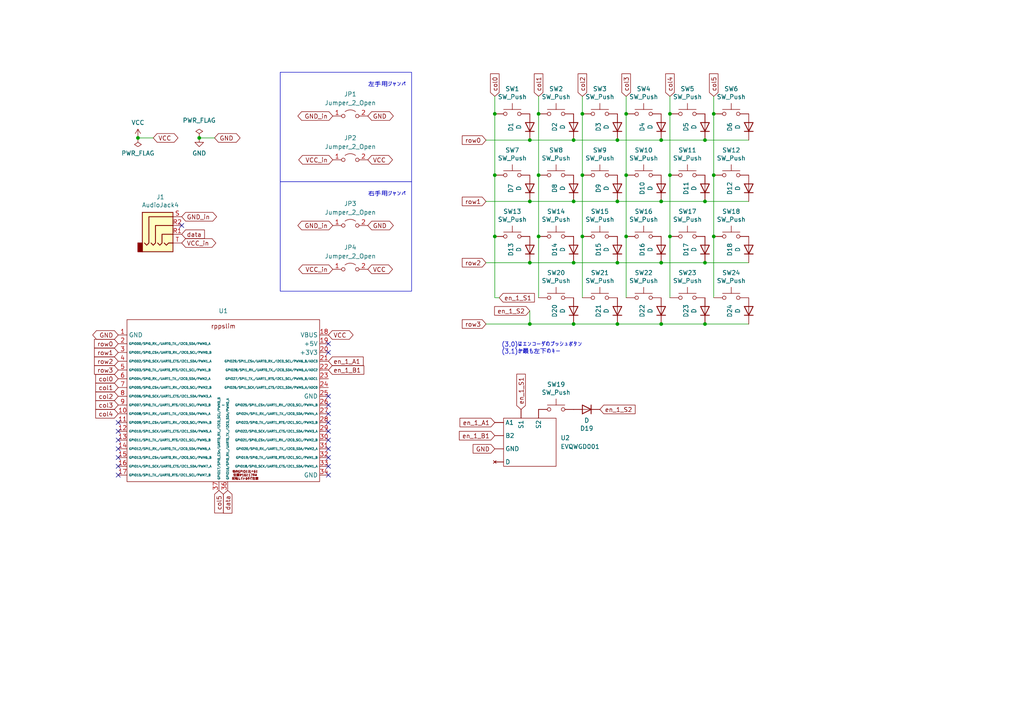
<source format=kicad_sch>
(kicad_sch (version 20230121) (generator eeschema)

  (uuid cf07193c-d10c-4060-9f29-3c31532821dc)

  (paper "A4")

  (lib_symbols
    (symbol "Connector_Audio:AudioJack4" (in_bom yes) (on_board yes)
      (property "Reference" "J" (at 0 8.89 0)
        (effects (font (size 1.27 1.27)))
      )
      (property "Value" "AudioJack4" (at 0 6.35 0)
        (effects (font (size 1.27 1.27)))
      )
      (property "Footprint" "" (at 0 0 0)
        (effects (font (size 1.27 1.27)) hide)
      )
      (property "Datasheet" "~" (at 0 0 0)
        (effects (font (size 1.27 1.27)) hide)
      )
      (property "ki_keywords" "audio jack receptacle stereo headphones TRRS connector" (at 0 0 0)
        (effects (font (size 1.27 1.27)) hide)
      )
      (property "ki_description" "Audio Jack, 4 Poles (TRRS)" (at 0 0 0)
        (effects (font (size 1.27 1.27)) hide)
      )
      (property "ki_fp_filters" "Jack*" (at 0 0 0)
        (effects (font (size 1.27 1.27)) hide)
      )
      (symbol "AudioJack4_0_1"
        (rectangle (start -6.35 -5.08) (end -7.62 -7.62)
          (stroke (width 0.254) (type default))
          (fill (type outline))
        )
        (polyline
          (pts
            (xy 0 -5.08)
            (xy 0.635 -5.715)
            (xy 1.27 -5.08)
            (xy 2.54 -5.08)
          )
          (stroke (width 0.254) (type default))
          (fill (type none))
        )
        (polyline
          (pts
            (xy -5.715 -5.08)
            (xy -5.08 -5.715)
            (xy -4.445 -5.08)
            (xy -4.445 2.54)
            (xy 2.54 2.54)
          )
          (stroke (width 0.254) (type default))
          (fill (type none))
        )
        (polyline
          (pts
            (xy -1.905 -5.08)
            (xy -1.27 -5.715)
            (xy -0.635 -5.08)
            (xy -0.635 -2.54)
            (xy 2.54 -2.54)
          )
          (stroke (width 0.254) (type default))
          (fill (type none))
        )
        (polyline
          (pts
            (xy 2.54 0)
            (xy -2.54 0)
            (xy -2.54 -5.08)
            (xy -3.175 -5.715)
            (xy -3.81 -5.08)
          )
          (stroke (width 0.254) (type default))
          (fill (type none))
        )
        (rectangle (start 2.54 3.81) (end -6.35 -7.62)
          (stroke (width 0.254) (type default))
          (fill (type background))
        )
      )
      (symbol "AudioJack4_1_1"
        (pin passive line (at 5.08 -2.54 180) (length 2.54)
          (name "~" (effects (font (size 1.27 1.27))))
          (number "R1" (effects (font (size 1.27 1.27))))
        )
        (pin passive line (at 5.08 0 180) (length 2.54)
          (name "~" (effects (font (size 1.27 1.27))))
          (number "R2" (effects (font (size 1.27 1.27))))
        )
        (pin passive line (at 5.08 2.54 180) (length 2.54)
          (name "~" (effects (font (size 1.27 1.27))))
          (number "S" (effects (font (size 1.27 1.27))))
        )
        (pin passive line (at 5.08 -5.08 180) (length 2.54)
          (name "~" (effects (font (size 1.27 1.27))))
          (number "T" (effects (font (size 1.27 1.27))))
        )
      )
    )
    (symbol "Device:D" (pin_numbers hide) (pin_names (offset 1.016) hide) (in_bom yes) (on_board yes)
      (property "Reference" "D" (at 0 2.54 0)
        (effects (font (size 1.27 1.27)))
      )
      (property "Value" "D" (at 0 -2.54 0)
        (effects (font (size 1.27 1.27)))
      )
      (property "Footprint" "" (at 0 0 0)
        (effects (font (size 1.27 1.27)) hide)
      )
      (property "Datasheet" "~" (at 0 0 0)
        (effects (font (size 1.27 1.27)) hide)
      )
      (property "Sim.Device" "D" (at 0 0 0)
        (effects (font (size 1.27 1.27)) hide)
      )
      (property "Sim.Pins" "1=K 2=A" (at 0 0 0)
        (effects (font (size 1.27 1.27)) hide)
      )
      (property "ki_keywords" "diode" (at 0 0 0)
        (effects (font (size 1.27 1.27)) hide)
      )
      (property "ki_description" "Diode" (at 0 0 0)
        (effects (font (size 1.27 1.27)) hide)
      )
      (property "ki_fp_filters" "TO-???* *_Diode_* *SingleDiode* D_*" (at 0 0 0)
        (effects (font (size 1.27 1.27)) hide)
      )
      (symbol "D_0_1"
        (polyline
          (pts
            (xy -1.27 1.27)
            (xy -1.27 -1.27)
          )
          (stroke (width 0.254) (type default))
          (fill (type none))
        )
        (polyline
          (pts
            (xy 1.27 0)
            (xy -1.27 0)
          )
          (stroke (width 0) (type default))
          (fill (type none))
        )
        (polyline
          (pts
            (xy 1.27 1.27)
            (xy 1.27 -1.27)
            (xy -1.27 0)
            (xy 1.27 1.27)
          )
          (stroke (width 0.254) (type default))
          (fill (type none))
        )
      )
      (symbol "D_1_1"
        (pin passive line (at -3.81 0 0) (length 2.54)
          (name "K" (effects (font (size 1.27 1.27))))
          (number "1" (effects (font (size 1.27 1.27))))
        )
        (pin passive line (at 3.81 0 180) (length 2.54)
          (name "A" (effects (font (size 1.27 1.27))))
          (number "2" (effects (font (size 1.27 1.27))))
        )
      )
    )
    (symbol "Jumper:Jumper_2_Open" (pin_names (offset 0) hide) (in_bom yes) (on_board yes)
      (property "Reference" "JP" (at 0 2.794 0)
        (effects (font (size 1.27 1.27)))
      )
      (property "Value" "Jumper_2_Open" (at 0 -2.286 0)
        (effects (font (size 1.27 1.27)))
      )
      (property "Footprint" "" (at 0 0 0)
        (effects (font (size 1.27 1.27)) hide)
      )
      (property "Datasheet" "~" (at 0 0 0)
        (effects (font (size 1.27 1.27)) hide)
      )
      (property "ki_keywords" "Jumper SPST" (at 0 0 0)
        (effects (font (size 1.27 1.27)) hide)
      )
      (property "ki_description" "Jumper, 2-pole, open" (at 0 0 0)
        (effects (font (size 1.27 1.27)) hide)
      )
      (property "ki_fp_filters" "Jumper* TestPoint*2Pads* TestPoint*Bridge*" (at 0 0 0)
        (effects (font (size 1.27 1.27)) hide)
      )
      (symbol "Jumper_2_Open_0_0"
        (circle (center -2.032 0) (radius 0.508)
          (stroke (width 0) (type default))
          (fill (type none))
        )
        (circle (center 2.032 0) (radius 0.508)
          (stroke (width 0) (type default))
          (fill (type none))
        )
      )
      (symbol "Jumper_2_Open_0_1"
        (arc (start 1.524 1.27) (mid 0 1.778) (end -1.524 1.27)
          (stroke (width 0) (type default))
          (fill (type none))
        )
      )
      (symbol "Jumper_2_Open_1_1"
        (pin passive line (at -5.08 0 0) (length 2.54)
          (name "A" (effects (font (size 1.27 1.27))))
          (number "1" (effects (font (size 1.27 1.27))))
        )
        (pin passive line (at 5.08 0 180) (length 2.54)
          (name "B" (effects (font (size 1.27 1.27))))
          (number "2" (effects (font (size 1.27 1.27))))
        )
      )
    )
    (symbol "Switch:SW_Push" (pin_numbers hide) (pin_names (offset 1.016) hide) (in_bom yes) (on_board yes)
      (property "Reference" "SW" (at 1.27 2.54 0)
        (effects (font (size 1.27 1.27)) (justify left))
      )
      (property "Value" "SW_Push" (at 0 -1.524 0)
        (effects (font (size 1.27 1.27)))
      )
      (property "Footprint" "" (at 0 5.08 0)
        (effects (font (size 1.27 1.27)) hide)
      )
      (property "Datasheet" "~" (at 0 5.08 0)
        (effects (font (size 1.27 1.27)) hide)
      )
      (property "ki_keywords" "switch normally-open pushbutton push-button" (at 0 0 0)
        (effects (font (size 1.27 1.27)) hide)
      )
      (property "ki_description" "Push button switch, generic, two pins" (at 0 0 0)
        (effects (font (size 1.27 1.27)) hide)
      )
      (symbol "SW_Push_0_1"
        (circle (center -2.032 0) (radius 0.508)
          (stroke (width 0) (type default))
          (fill (type none))
        )
        (polyline
          (pts
            (xy 0 1.27)
            (xy 0 3.048)
          )
          (stroke (width 0) (type default))
          (fill (type none))
        )
        (polyline
          (pts
            (xy 2.54 1.27)
            (xy -2.54 1.27)
          )
          (stroke (width 0) (type default))
          (fill (type none))
        )
        (circle (center 2.032 0) (radius 0.508)
          (stroke (width 0) (type default))
          (fill (type none))
        )
        (pin passive line (at -5.08 0 0) (length 2.54)
          (name "1" (effects (font (size 1.27 1.27))))
          (number "1" (effects (font (size 1.27 1.27))))
        )
        (pin passive line (at 5.08 0 180) (length 2.54)
          (name "2" (effects (font (size 1.27 1.27))))
          (number "2" (effects (font (size 1.27 1.27))))
        )
      )
    )
    (symbol "lib-rotary-encoder:EVQWGD001" (in_bom yes) (on_board yes)
      (property "Reference" "U" (at 0 1.27 0)
        (effects (font (size 1.27 1.27)))
      )
      (property "Value" "EVQWGD001" (at 0 -3.81 0)
        (effects (font (size 1.27 1.27)))
      )
      (property "Footprint" "" (at 0 1.27 0)
        (effects (font (size 1.27 1.27)) hide)
      )
      (property "Datasheet" "" (at 0 1.27 0)
        (effects (font (size 1.27 1.27)) hide)
      )
      (symbol "EVQWGD001_0_1"
        (rectangle (start -7.62 7.62) (end 7.62 -6.35)
          (stroke (width 0) (type default))
          (fill (type none))
        )
      )
      (symbol "EVQWGD001_1_1"
        (pin output line (at -10.16 6.35 0) (length 2.54)
          (name "A1" (effects (font (size 1.27 1.27))))
          (number "" (effects (font (size 1.27 1.27))))
        )
        (pin output line (at -10.16 2.54 0) (length 2.54)
          (name "B2" (effects (font (size 1.27 1.27))))
          (number "" (effects (font (size 1.27 1.27))))
        )
        (pin no_connect line (at -10.16 -5.08 0) (length 2.54)
          (name "D" (effects (font (size 1.27 1.27))))
          (number "" (effects (font (size 1.27 1.27))))
        )
        (pin output line (at -10.16 -1.27 0) (length 2.54)
          (name "GND" (effects (font (size 1.27 1.27))))
          (number "" (effects (font (size 1.27 1.27))))
        )
        (pin output line (at -2.54 10.16 270) (length 2.54)
          (name "S1" (effects (font (size 1.27 1.27))))
          (number "" (effects (font (size 1.27 1.27))))
        )
        (pin output line (at 2.54 10.16 270) (length 2.54)
          (name "S2" (effects (font (size 1.27 1.27))))
          (number "" (effects (font (size 1.27 1.27))))
        )
      )
    )
    (symbol "power:GND" (power) (pin_names (offset 0)) (in_bom yes) (on_board yes)
      (property "Reference" "#PWR" (at 0 -6.35 0)
        (effects (font (size 1.27 1.27)) hide)
      )
      (property "Value" "GND" (at 0 -3.81 0)
        (effects (font (size 1.27 1.27)))
      )
      (property "Footprint" "" (at 0 0 0)
        (effects (font (size 1.27 1.27)) hide)
      )
      (property "Datasheet" "" (at 0 0 0)
        (effects (font (size 1.27 1.27)) hide)
      )
      (property "ki_keywords" "global power" (at 0 0 0)
        (effects (font (size 1.27 1.27)) hide)
      )
      (property "ki_description" "Power symbol creates a global label with name \"GND\" , ground" (at 0 0 0)
        (effects (font (size 1.27 1.27)) hide)
      )
      (symbol "GND_0_1"
        (polyline
          (pts
            (xy 0 0)
            (xy 0 -1.27)
            (xy 1.27 -1.27)
            (xy 0 -2.54)
            (xy -1.27 -1.27)
            (xy 0 -1.27)
          )
          (stroke (width 0) (type default))
          (fill (type none))
        )
      )
      (symbol "GND_1_1"
        (pin power_in line (at 0 0 270) (length 0) hide
          (name "GND" (effects (font (size 1.27 1.27))))
          (number "1" (effects (font (size 1.27 1.27))))
        )
      )
    )
    (symbol "power:PWR_FLAG" (power) (pin_numbers hide) (pin_names (offset 0) hide) (in_bom yes) (on_board yes)
      (property "Reference" "#FLG" (at 0 1.905 0)
        (effects (font (size 1.27 1.27)) hide)
      )
      (property "Value" "PWR_FLAG" (at 0 3.81 0)
        (effects (font (size 1.27 1.27)))
      )
      (property "Footprint" "" (at 0 0 0)
        (effects (font (size 1.27 1.27)) hide)
      )
      (property "Datasheet" "~" (at 0 0 0)
        (effects (font (size 1.27 1.27)) hide)
      )
      (property "ki_keywords" "flag power" (at 0 0 0)
        (effects (font (size 1.27 1.27)) hide)
      )
      (property "ki_description" "Special symbol for telling ERC where power comes from" (at 0 0 0)
        (effects (font (size 1.27 1.27)) hide)
      )
      (symbol "PWR_FLAG_0_0"
        (pin power_out line (at 0 0 90) (length 0)
          (name "pwr" (effects (font (size 1.27 1.27))))
          (number "1" (effects (font (size 1.27 1.27))))
        )
      )
      (symbol "PWR_FLAG_0_1"
        (polyline
          (pts
            (xy 0 0)
            (xy 0 1.27)
            (xy -1.016 1.905)
            (xy 0 2.54)
            (xy 1.016 1.905)
            (xy 0 1.27)
          )
          (stroke (width 0) (type default))
          (fill (type none))
        )
      )
    )
    (symbol "power:VCC" (power) (pin_names (offset 0)) (in_bom yes) (on_board yes)
      (property "Reference" "#PWR" (at 0 -3.81 0)
        (effects (font (size 1.27 1.27)) hide)
      )
      (property "Value" "VCC" (at 0 3.81 0)
        (effects (font (size 1.27 1.27)))
      )
      (property "Footprint" "" (at 0 0 0)
        (effects (font (size 1.27 1.27)) hide)
      )
      (property "Datasheet" "" (at 0 0 0)
        (effects (font (size 1.27 1.27)) hide)
      )
      (property "ki_keywords" "global power" (at 0 0 0)
        (effects (font (size 1.27 1.27)) hide)
      )
      (property "ki_description" "Power symbol creates a global label with name \"VCC\"" (at 0 0 0)
        (effects (font (size 1.27 1.27)) hide)
      )
      (symbol "VCC_0_1"
        (polyline
          (pts
            (xy -0.762 1.27)
            (xy 0 2.54)
          )
          (stroke (width 0) (type default))
          (fill (type none))
        )
        (polyline
          (pts
            (xy 0 0)
            (xy 0 2.54)
          )
          (stroke (width 0) (type default))
          (fill (type none))
        )
        (polyline
          (pts
            (xy 0 2.54)
            (xy 0.762 1.27)
          )
          (stroke (width 0) (type default))
          (fill (type none))
        )
      )
      (symbol "VCC_1_1"
        (pin power_in line (at 0 0 90) (length 0) hide
          (name "VCC" (effects (font (size 1.27 1.27))))
          (number "1" (effects (font (size 1.27 1.27))))
        )
      )
    )
    (symbol "rppslim:rppslim" (in_bom yes) (on_board yes)
      (property "Reference" "U" (at 0 27.305 0)
        (effects (font (size 1.27 1.27)))
      )
      (property "Value" "" (at 0 0 0)
        (effects (font (size 1.27 1.27)))
      )
      (property "Footprint" "" (at 0 0 0)
        (effects (font (size 1.27 1.27)) hide)
      )
      (property "Datasheet" "" (at 0 0 0)
        (effects (font (size 1.27 1.27)) hide)
      )
      (symbol "rppslim_0_1"
        (rectangle (start -27.94 24.765) (end 27.94 -22.225)
          (stroke (width 0) (type default))
          (fill (type none))
        )
      )
      (symbol "rppslim_1_1"
        (text "rppslim" (at 0 22.86 0)
          (effects (font (size 1.27 1.27)))
        )
        (text "他のGPIOと比べると\n位置が16と17のみ\n反転しているので注意" (at 6.35 -20.32 0)
          (effects (font (size 0.635 0.635)))
        )
        (pin power_in line (at -30.48 20.32 0) (length 2.54)
          (name "GND" (effects (font (size 1.27 1.27))))
          (number "1" (effects (font (size 1.27 1.27))))
        )
        (pin bidirectional line (at -30.48 -2.54 0) (length 2.54)
          (name "GPIO08/SPI1_RX_/UART1_TX_/I2C0_SDA/PWM4_A" (effects (font (size 0.635 0.635))))
          (number "10" (effects (font (size 1.27 1.27))))
        )
        (pin bidirectional line (at -30.48 -5.08 0) (length 2.54)
          (name "GPIO09/SPI1_CSn/UART1_RX_/I2C0_SCL/PWM4_B" (effects (font (size 0.635 0.635))))
          (number "11" (effects (font (size 1.27 1.27))))
        )
        (pin bidirectional line (at -30.48 -7.62 0) (length 2.54)
          (name "GPIO10/SPI1_SCK/UART1_CTS/I2C1_SDA/PWM5_A" (effects (font (size 0.635 0.635))))
          (number "12" (effects (font (size 1.27 1.27))))
        )
        (pin bidirectional line (at -30.48 -10.16 0) (length 2.54)
          (name "GPIO11/SPI1_TX_/UART1_RTS/I2C1_SCL/PWM5_B" (effects (font (size 0.635 0.635))))
          (number "13" (effects (font (size 1.27 1.27))))
        )
        (pin bidirectional line (at -30.48 -12.7 0) (length 2.54)
          (name "GPIO12/SPI1_RX_/UART0_TX_/I2C0_SDA/PWM6_A" (effects (font (size 0.635 0.635))))
          (number "14" (effects (font (size 1.27 1.27))))
        )
        (pin bidirectional line (at -30.48 -15.24 0) (length 2.54)
          (name "GPIO13/SPI1_CSn/UART0_RX_/I2C0_SCL/PWM6_B" (effects (font (size 0.635 0.635))))
          (number "15" (effects (font (size 1.27 1.27))))
        )
        (pin bidirectional line (at -30.48 -17.78 0) (length 2.54)
          (name "GPIO14/SPI1_SCK/UART0_CTS/I2C1_SDA/PWM7_A" (effects (font (size 0.635 0.635))))
          (number "16" (effects (font (size 1.27 1.27))))
        )
        (pin bidirectional line (at -30.48 -20.32 0) (length 2.54)
          (name "GPIO15/SPI1_TX_/UART0_RTS/I2C1_SCL/PWM7_B" (effects (font (size 0.635 0.635))))
          (number "17" (effects (font (size 1.27 1.27))))
        )
        (pin power_in line (at 30.48 20.32 180) (length 2.54)
          (name "VBUS" (effects (font (size 1.27 1.27))))
          (number "18" (effects (font (size 1.27 1.27))))
        )
        (pin power_in line (at 30.48 17.78 180) (length 2.54)
          (name "+5V" (effects (font (size 1.27 1.27))))
          (number "19" (effects (font (size 1.27 1.27))))
        )
        (pin bidirectional line (at -30.48 17.78 0) (length 2.54)
          (name "GPIO00/SPI0_RX_/UART0_TX_/I2C0_SDA/PWM0_A" (effects (font (size 0.635 0.635))))
          (number "2" (effects (font (size 1.27 1.27))))
        )
        (pin power_in line (at 30.48 15.24 180) (length 2.54)
          (name "+3V3" (effects (font (size 1.27 1.27))))
          (number "20" (effects (font (size 1.27 1.27))))
        )
        (pin bidirectional line (at 30.48 12.7 180) (length 2.54)
          (name "GPIO29/SPI1_CSn/UART0_RX_/I2C0_SCL/PWM6_B/ADC3" (effects (font (size 0.635 0.635))))
          (number "21" (effects (font (size 1.27 1.27))))
        )
        (pin bidirectional line (at 30.48 10.16 180) (length 2.54)
          (name "GPIO28/SPI1_RX_/UART0_TX_/I2C0_SDA/PWM6_A/ADC2" (effects (font (size 0.635 0.635))))
          (number "22" (effects (font (size 1.27 1.27))))
        )
        (pin bidirectional line (at 30.48 7.62 180) (length 2.54)
          (name "GPIO27/SPI1_TX_/UART1_RTS/I2C1_SCL/PWM5_B/ADC1" (effects (font (size 0.635 0.635))))
          (number "23" (effects (font (size 1.27 1.27))))
        )
        (pin bidirectional line (at 30.48 5.08 180) (length 2.54)
          (name "GPIO26/SPI1_SCK/UART1_CTS/I2C1_SDA/PWM5_A/ADC0" (effects (font (size 0.635 0.635))))
          (number "24" (effects (font (size 1.27 1.27))))
        )
        (pin power_in line (at 30.48 2.54 180) (length 2.54)
          (name "GND" (effects (font (size 1.27 1.27))))
          (number "25" (effects (font (size 1.27 1.27))))
        )
        (pin bidirectional line (at 30.48 0 180) (length 2.54)
          (name "GPIO25/SPI1_CSn/UART1_RX_/I2C0_SCL/PWM4_B" (effects (font (size 0.635 0.635))))
          (number "26" (effects (font (size 1.27 1.27))))
        )
        (pin bidirectional line (at 30.48 -2.54 180) (length 2.54)
          (name "GPIO24/SPI1_RX_/UART1_TX_/I2C0_SDA/PWM4_A" (effects (font (size 0.635 0.635))))
          (number "27" (effects (font (size 1.27 1.27))))
        )
        (pin bidirectional line (at 30.48 -5.08 180) (length 2.54)
          (name "GPIO23/SPI0_TX_/UART1_RTS/I2C1_SCL/PWM3_B" (effects (font (size 0.635 0.635))))
          (number "28" (effects (font (size 1.27 1.27))))
        )
        (pin bidirectional line (at 30.48 -7.62 180) (length 2.54)
          (name "GPIO22/SPI0_SCK/UART1_CTS/I2C1_SDA/PWM3_A" (effects (font (size 0.635 0.635))))
          (number "29" (effects (font (size 1.27 1.27))))
        )
        (pin bidirectional line (at -30.48 15.24 0) (length 2.54)
          (name "GPIO01/SPI0_CSn/UART0_RX_/I2C0_SCL/PWM0_B" (effects (font (size 0.635 0.635))))
          (number "3" (effects (font (size 1.27 1.27))))
        )
        (pin bidirectional line (at 30.48 -10.16 180) (length 2.54)
          (name "GPIO21/SPI0_CSn/UART1_RX_/I2C0_SCL/PWM2_B" (effects (font (size 0.635 0.635))))
          (number "30" (effects (font (size 1.27 1.27))))
        )
        (pin bidirectional line (at 30.48 -12.7 180) (length 2.54)
          (name "GPIO20/SPI0_RX_/UART1_TX_/I2C0_SDA/PWM2_A" (effects (font (size 0.635 0.635))))
          (number "31" (effects (font (size 1.27 1.27))))
        )
        (pin bidirectional line (at 30.48 -15.24 180) (length 2.54)
          (name "GPIO19/SPI0_TX_/UART0_RTS/I2C1_SCL/PWM1_B" (effects (font (size 0.635 0.635))))
          (number "32" (effects (font (size 1.27 1.27))))
        )
        (pin bidirectional line (at 30.48 -17.78 180) (length 2.54)
          (name "GPIO18/SPI0_SCK/UART0_CTS/I2C1_SDA/PWM1_A" (effects (font (size 0.635 0.635))))
          (number "33" (effects (font (size 1.27 1.27))))
        )
        (pin power_in line (at 30.48 -20.32 180) (length 2.54)
          (name "GND" (effects (font (size 1.27 1.27))))
          (number "34" (effects (font (size 1.27 1.27))))
        )
        (pin bidirectional line (at 1.27 -24.765 90) (length 2.54)
          (name "GPIO16/SPI0_RX_/UART0_TX_/I2C0_SDA/PWM0_A" (effects (font (size 0.635 0.635))))
          (number "36" (effects (font (size 1.27 1.27))))
        )
        (pin bidirectional line (at -1.27 -24.765 90) (length 2.54)
          (name "GPIO17/SPI0_CSn/UART0_RX_/I2C0_SCL/PWM0_B" (effects (font (size 0.635 0.635))))
          (number "37" (effects (font (size 1.27 1.27))))
        )
        (pin bidirectional line (at -30.48 12.7 0) (length 2.54)
          (name "GPIO02/SPI0_SCK/UART0_CTS/I2C1_SDA/PWM1_A" (effects (font (size 0.635 0.635))))
          (number "4" (effects (font (size 1.27 1.27))))
        )
        (pin bidirectional line (at -30.48 10.16 0) (length 2.54)
          (name "GPIO03/SPI0_TX_/UART0_RTS/I2C1_SCL/PWM1_B" (effects (font (size 0.635 0.635))))
          (number "5" (effects (font (size 1.27 1.27))))
        )
        (pin bidirectional line (at -30.48 7.62 0) (length 2.54)
          (name "GPIO04/SPI0_RX_/UART1_TX_/I2C0_SDA/PWM2_A" (effects (font (size 0.635 0.635))))
          (number "6" (effects (font (size 1.27 1.27))))
        )
        (pin bidirectional line (at -30.48 5.08 0) (length 2.54)
          (name "GPIO05/SPI0_CSn/UART1_RX_/I2C0_SCL/PWM2_B" (effects (font (size 0.635 0.635))))
          (number "7" (effects (font (size 1.27 1.27))))
        )
        (pin bidirectional line (at -30.48 2.54 0) (length 2.54)
          (name "GPIO06/SPI0_SCK/UART1_CTS/I2C1_SDA/PWM3_A" (effects (font (size 0.635 0.635))))
          (number "8" (effects (font (size 1.27 1.27))))
        )
        (pin bidirectional line (at -30.48 0 0) (length 2.54)
          (name "GPIO07/SPI0_TX_/UART1_RTS/I2C1_SCL/PWM3_B" (effects (font (size 0.635 0.635))))
          (number "9" (effects (font (size 1.27 1.27))))
        )
      )
    )
  )

  (junction (at 168.91 50.8) (diameter 0) (color 0 0 0 0)
    (uuid 0504dfcd-b896-4409-abd7-3c92f797b188)
  )
  (junction (at 181.61 33.02) (diameter 0) (color 0 0 0 0)
    (uuid 18515c00-4540-449e-bbdc-1b125d18f563)
  )
  (junction (at 194.31 33.02) (diameter 0) (color 0 0 0 0)
    (uuid 26429794-8ada-40e2-8c0f-7ee990004966)
  )
  (junction (at 143.51 50.8) (diameter 0) (color 0 0 0 0)
    (uuid 2748db94-f0bb-4bfc-95da-54daf13384c1)
  )
  (junction (at 179.07 58.42) (diameter 0) (color 0 0 0 0)
    (uuid 2ea8efe9-e398-4e86-8fa2-c4a9412554a5)
  )
  (junction (at 153.67 58.42) (diameter 0) (color 0 0 0 0)
    (uuid 3706cf7b-6f1c-4be1-be02-0905c4db2642)
  )
  (junction (at 40.005 40.005) (diameter 0) (color 0 0 0 0)
    (uuid 3b20df56-3b5e-4330-a6d9-bb502676b385)
  )
  (junction (at 143.51 33.02) (diameter 0) (color 0 0 0 0)
    (uuid 3cb965ba-bfa1-4bc8-af3b-24793725efc5)
  )
  (junction (at 166.37 93.98) (diameter 0) (color 0 0 0 0)
    (uuid 45b94f54-e368-49f9-b285-c0369ba07ce0)
  )
  (junction (at 191.77 58.42) (diameter 0) (color 0 0 0 0)
    (uuid 4fbde59f-150d-4293-930f-b50854ff11cd)
  )
  (junction (at 166.37 58.42) (diameter 0) (color 0 0 0 0)
    (uuid 500bf8f2-8504-4e8a-98ef-550203d10789)
  )
  (junction (at 179.07 76.2) (diameter 0) (color 0 0 0 0)
    (uuid 525557fb-95d1-4bcb-a94b-e214553c033d)
  )
  (junction (at 57.785 40.005) (diameter 0) (color 0 0 0 0)
    (uuid 5572b362-bf42-4150-b464-200e06678482)
  )
  (junction (at 207.01 50.8) (diameter 0) (color 0 0 0 0)
    (uuid 570ac325-6cfa-4c6d-af6f-9f4238f24fa3)
  )
  (junction (at 179.07 93.98) (diameter 0) (color 0 0 0 0)
    (uuid 59c851b9-714a-4505-8b9b-61571fce5f61)
  )
  (junction (at 153.67 93.98) (diameter 0) (color 0 0 0 0)
    (uuid 5ab7ec50-8534-4fc9-861d-ea6a573f63f8)
  )
  (junction (at 204.47 93.98) (diameter 0) (color 0 0 0 0)
    (uuid 5b973d29-a0e3-42d5-8201-bc2f61c6ff1e)
  )
  (junction (at 166.37 76.2) (diameter 0) (color 0 0 0 0)
    (uuid 5e64bc35-ac02-4e2b-9a21-9588c361528b)
  )
  (junction (at 156.21 33.02) (diameter 0) (color 0 0 0 0)
    (uuid 5f771200-14fd-401c-8c4b-e26ffc175d80)
  )
  (junction (at 191.77 40.64) (diameter 0) (color 0 0 0 0)
    (uuid 658bee07-ba1d-4d0d-a015-c1f0d5824d47)
  )
  (junction (at 166.37 40.64) (diameter 0) (color 0 0 0 0)
    (uuid 8832b26e-32d4-4779-acab-98fbcf13df59)
  )
  (junction (at 194.31 68.58) (diameter 0) (color 0 0 0 0)
    (uuid 99f9850c-b955-4ef8-9aae-3e6c1678cf22)
  )
  (junction (at 204.47 76.2) (diameter 0) (color 0 0 0 0)
    (uuid a0361815-69ab-4645-a32b-7fdb5151ca7e)
  )
  (junction (at 168.91 33.02) (diameter 0) (color 0 0 0 0)
    (uuid a1d7b84c-7ef9-4674-a417-3ee6d589921a)
  )
  (junction (at 191.77 93.98) (diameter 0) (color 0 0 0 0)
    (uuid a51a7d1b-c868-438c-af7e-4972241eb2c7)
  )
  (junction (at 204.47 40.64) (diameter 0) (color 0 0 0 0)
    (uuid ab163d26-7a48-435f-8e00-22d3686eb5a3)
  )
  (junction (at 156.21 50.8) (diameter 0) (color 0 0 0 0)
    (uuid ab76a3c1-ae8e-4b57-9cad-9fea83e843f4)
  )
  (junction (at 153.67 40.64) (diameter 0) (color 0 0 0 0)
    (uuid b41a422d-b36b-4e61-807d-48eaf0e99d09)
  )
  (junction (at 143.51 68.58) (diameter 0) (color 0 0 0 0)
    (uuid b41e7dc7-49cd-46d2-949a-75c30bd0d243)
  )
  (junction (at 207.01 33.02) (diameter 0) (color 0 0 0 0)
    (uuid b9451169-8472-426f-9b8f-0faed74347c4)
  )
  (junction (at 181.61 50.8) (diameter 0) (color 0 0 0 0)
    (uuid bb91318d-df6e-4dfb-8604-887f8ea68910)
  )
  (junction (at 204.47 58.42) (diameter 0) (color 0 0 0 0)
    (uuid ca71a24c-0497-4472-aebe-9efce709c3e8)
  )
  (junction (at 191.77 76.2) (diameter 0) (color 0 0 0 0)
    (uuid cbab02cc-0a36-4b8c-863c-d42c9ed1abce)
  )
  (junction (at 153.67 76.2) (diameter 0) (color 0 0 0 0)
    (uuid cec0aadf-2c2c-4110-b9ba-00599291be5b)
  )
  (junction (at 156.21 68.58) (diameter 0) (color 0 0 0 0)
    (uuid d673d0f2-d224-4b2c-ace2-1bd0c3c8ce51)
  )
  (junction (at 194.31 50.8) (diameter 0) (color 0 0 0 0)
    (uuid d688d660-b5bb-4edb-a5f9-a57e43b2fa08)
  )
  (junction (at 181.61 68.58) (diameter 0) (color 0 0 0 0)
    (uuid d95b126e-faa6-4143-bc5b-4d2e7ded5073)
  )
  (junction (at 179.07 40.64) (diameter 0) (color 0 0 0 0)
    (uuid e006e150-ece3-4f2b-aefe-27fc46b40eae)
  )
  (junction (at 168.91 68.58) (diameter 0) (color 0 0 0 0)
    (uuid e77d7e96-2e03-4ff0-a4aa-b90138941749)
  )
  (junction (at 207.01 68.58) (diameter 0) (color 0 0 0 0)
    (uuid f5b259ae-a047-4dc8-b589-161029126abf)
  )

  (no_connect (at 34.29 125.095) (uuid 1396d6dc-95a7-4eae-b1b8-28feda4a39a2))
  (no_connect (at 34.29 135.255) (uuid 37c38693-d157-4b61-b26e-20841b50b8eb))
  (no_connect (at 95.25 102.235) (uuid 3b026d81-0465-4c58-8f4c-0a796e1e7211))
  (no_connect (at 95.25 120.015) (uuid 3d535858-8d61-4fbe-a05b-9d1485dd1b4f))
  (no_connect (at 95.25 127.635) (uuid 59c29379-4a39-4b02-8ddf-8bfde11a6202))
  (no_connect (at 95.25 125.095) (uuid 59f51497-36a8-4165-b032-a5c96e880ce2))
  (no_connect (at 95.25 137.795) (uuid 611dc83b-4797-4252-ae7f-f30ba6794e61))
  (no_connect (at 34.29 132.715) (uuid 627d9bd5-eccc-4e20-b26a-72f5538b3f72))
  (no_connect (at 34.29 137.795) (uuid 6e608901-5262-4e4d-87ad-94c91d75936b))
  (no_connect (at 95.25 130.175) (uuid 8d9c61d8-62b7-42c0-a723-42a71d0d0a0a))
  (no_connect (at 95.25 117.475) (uuid 9634496c-d9d9-4ab8-990e-048836594ab4))
  (no_connect (at 95.25 114.935) (uuid 9b332a0c-ff71-466a-bdd6-9df0cb12d10a))
  (no_connect (at 52.705 65.405) (uuid a21cdf00-5349-43c9-b7eb-8b614f94ee79))
  (no_connect (at 95.25 135.255) (uuid b31796ea-d195-486b-aa09-852cfe6776d5))
  (no_connect (at 34.29 122.555) (uuid b75eb1b8-69ad-463a-b72e-7e31783138f6))
  (no_connect (at 95.25 122.555) (uuid baaa8b96-68ce-496a-a64c-a52b9f515a36))
  (no_connect (at 34.29 127.635) (uuid bec3fe1d-66a4-4316-b520-579cedcda16a))
  (no_connect (at 95.25 132.715) (uuid dcbe7f06-dc6a-4b03-b430-12c67f8fb336))
  (no_connect (at 34.29 130.175) (uuid e06f23a0-2e5c-4ccc-8c8d-37f158dd24e2))
  (no_connect (at 95.25 99.695) (uuid eba47da7-5bb3-40a9-9ad8-cb64ab88cad8))

  (wire (pts (xy 191.77 76.2) (xy 179.07 76.2))
    (stroke (width 0) (type default))
    (uuid 00d4f9be-d644-42d1-93f8-caadbc3f530f)
  )
  (wire (pts (xy 191.77 58.42) (xy 179.07 58.42))
    (stroke (width 0) (type default))
    (uuid 0fe974c4-6862-45cc-9cd0-4028a15d7b3a)
  )
  (wire (pts (xy 191.77 40.64) (xy 179.07 40.64))
    (stroke (width 0) (type default))
    (uuid 1236fd53-04a2-4b89-8811-937d4e46feec)
  )
  (wire (pts (xy 168.91 27.94) (xy 168.91 33.02))
    (stroke (width 0) (type default))
    (uuid 1a7cc4e2-53e2-466b-8296-6b0bf60dc818)
  )
  (wire (pts (xy 153.67 58.42) (xy 140.97 58.42))
    (stroke (width 0) (type default))
    (uuid 1b8e8f76-bc6d-45d0-b9b7-d2d334ebeb35)
  )
  (wire (pts (xy 153.67 93.98) (xy 166.37 93.98))
    (stroke (width 0) (type default))
    (uuid 212ed1dd-67d6-4aa0-80f6-39bcfc96733c)
  )
  (wire (pts (xy 166.37 40.64) (xy 153.67 40.64))
    (stroke (width 0) (type default))
    (uuid 22c96804-9764-43cf-b92e-e1a0a212e2f9)
  )
  (wire (pts (xy 194.31 50.8) (xy 194.31 68.58))
    (stroke (width 0) (type default))
    (uuid 23b9f5ec-dd87-4107-8509-d3a3ac46fc64)
  )
  (wire (pts (xy 168.91 33.02) (xy 168.91 50.8))
    (stroke (width 0) (type default))
    (uuid 2be04d10-366d-43a6-9856-d75c3bd5cbc8)
  )
  (wire (pts (xy 156.21 27.94) (xy 156.21 33.02))
    (stroke (width 0) (type default))
    (uuid 3bdbe9fe-f9fd-44d6-8993-9aff91c784a3)
  )
  (wire (pts (xy 143.51 50.8) (xy 143.51 68.58))
    (stroke (width 0) (type default))
    (uuid 41907b1f-49db-4f58-aca8-239a8ce077c5)
  )
  (wire (pts (xy 156.21 68.58) (xy 156.21 86.36))
    (stroke (width 0) (type default))
    (uuid 42d98616-4b23-4f0f-82b2-eb6d1aecc648)
  )
  (wire (pts (xy 140.97 93.98) (xy 153.67 93.98))
    (stroke (width 0) (type default))
    (uuid 464fdf93-0b26-435a-8c62-8f1dfea397bf)
  )
  (wire (pts (xy 143.51 86.36) (xy 143.51 68.58))
    (stroke (width 0) (type default))
    (uuid 4b0590ac-65c3-4624-a473-1a111084276b)
  )
  (wire (pts (xy 156.21 33.02) (xy 156.21 50.8))
    (stroke (width 0) (type default))
    (uuid 6018290b-ade8-4a43-a388-5257e613cb2d)
  )
  (wire (pts (xy 217.17 58.42) (xy 204.47 58.42))
    (stroke (width 0) (type default))
    (uuid 61c360c2-047a-4364-a61f-e0ec64f9fbfe)
  )
  (wire (pts (xy 194.31 27.94) (xy 194.31 33.02))
    (stroke (width 0) (type default))
    (uuid 6307025c-35b8-4dff-a850-dbb7f71abd83)
  )
  (wire (pts (xy 179.07 40.64) (xy 166.37 40.64))
    (stroke (width 0) (type default))
    (uuid 642c2d28-8380-40a3-bb12-609d56c03d8e)
  )
  (wire (pts (xy 207.01 33.02) (xy 207.01 50.8))
    (stroke (width 0) (type default))
    (uuid 76413fd6-e4c4-4215-9dce-a517a5a73762)
  )
  (wire (pts (xy 204.47 58.42) (xy 191.77 58.42))
    (stroke (width 0) (type default))
    (uuid 79419e4d-7dad-49e7-bc27-55007012f90e)
  )
  (wire (pts (xy 204.47 93.98) (xy 191.77 93.98))
    (stroke (width 0) (type default))
    (uuid 7ab2436e-576d-4ee3-bd0f-c2e1d1ddbdee)
  )
  (wire (pts (xy 207.01 50.8) (xy 207.01 68.58))
    (stroke (width 0) (type default))
    (uuid 7c5e9bdf-a23b-4e7c-9828-6663f3c28e87)
  )
  (wire (pts (xy 207.01 68.58) (xy 207.01 86.36))
    (stroke (width 0) (type default))
    (uuid 7dfec6ad-7aa3-469d-91ef-a65534478bf7)
  )
  (wire (pts (xy 179.07 76.2) (xy 166.37 76.2))
    (stroke (width 0) (type default))
    (uuid 7e33f3c2-c254-44c9-99b6-86c5941cc3f5)
  )
  (wire (pts (xy 204.47 40.64) (xy 191.77 40.64))
    (stroke (width 0) (type default))
    (uuid 7e958202-79f9-47dc-8f64-42fcf3026652)
  )
  (wire (pts (xy 153.67 76.2) (xy 140.97 76.2))
    (stroke (width 0) (type default))
    (uuid 7f06b74f-d28f-45d4-a8ed-e66de771a0c3)
  )
  (wire (pts (xy 166.37 58.42) (xy 153.67 58.42))
    (stroke (width 0) (type default))
    (uuid 894628d4-1fc9-47ab-a576-ff542df1023c)
  )
  (wire (pts (xy 168.91 50.8) (xy 168.91 68.58))
    (stroke (width 0) (type default))
    (uuid 8a8ac65d-b412-4464-b3e3-ad92a9f00cca)
  )
  (wire (pts (xy 179.07 93.98) (xy 166.37 93.98))
    (stroke (width 0) (type default))
    (uuid 9f5b8139-89b6-4bac-aced-77ba17fa7d62)
  )
  (wire (pts (xy 153.67 40.64) (xy 140.97 40.64))
    (stroke (width 0) (type default))
    (uuid a2bb8d3a-ff63-4dbe-8b84-2c60f9067d1a)
  )
  (wire (pts (xy 181.61 27.94) (xy 181.61 33.02))
    (stroke (width 0) (type default))
    (uuid a38cd4b4-8e10-455b-ba47-7ce4e428b610)
  )
  (wire (pts (xy 181.61 68.58) (xy 181.61 86.36))
    (stroke (width 0) (type default))
    (uuid a706e156-ec1f-4f90-a46e-fd78a5ca42fc)
  )
  (wire (pts (xy 217.17 76.2) (xy 204.47 76.2))
    (stroke (width 0) (type default))
    (uuid a88724bb-1f53-4981-bbfe-3eb9511fc2d4)
  )
  (wire (pts (xy 207.01 27.94) (xy 207.01 33.02))
    (stroke (width 0) (type default))
    (uuid ab62f3d0-a2e2-4309-b03f-7eea929f78f8)
  )
  (wire (pts (xy 179.07 58.42) (xy 166.37 58.42))
    (stroke (width 0) (type default))
    (uuid b466f8cb-42cf-4345-8a2f-e3388fae7be6)
  )
  (wire (pts (xy 181.61 50.8) (xy 181.61 68.58))
    (stroke (width 0) (type default))
    (uuid c368fa3a-b998-4c71-b839-3deea23b5ae2)
  )
  (wire (pts (xy 217.17 40.64) (xy 204.47 40.64))
    (stroke (width 0) (type default))
    (uuid c41e41b1-16c0-45d6-bb02-f3cd5a4db367)
  )
  (wire (pts (xy 153.67 90.17) (xy 153.67 93.98))
    (stroke (width 0) (type default))
    (uuid c502618f-67f7-420a-94df-251f94a4c358)
  )
  (wire (pts (xy 156.21 50.8) (xy 156.21 68.58))
    (stroke (width 0) (type default))
    (uuid d31d660a-20e9-45c3-bd20-c0755d833df2)
  )
  (wire (pts (xy 144.78 86.36) (xy 143.51 86.36))
    (stroke (width 0) (type default))
    (uuid d4448141-f033-40f7-bd4e-fbc583634589)
  )
  (wire (pts (xy 143.51 33.02) (xy 143.51 50.8))
    (stroke (width 0) (type default))
    (uuid d66c0a79-b36a-40de-9bcb-0027596d5444)
  )
  (wire (pts (xy 194.31 68.58) (xy 194.31 86.36))
    (stroke (width 0) (type default))
    (uuid da9c7ad3-d9f4-41e6-abde-2baad3c4d120)
  )
  (wire (pts (xy 191.77 93.98) (xy 179.07 93.98))
    (stroke (width 0) (type default))
    (uuid df2993e1-4085-47cf-82f7-3274e3197189)
  )
  (wire (pts (xy 194.31 33.02) (xy 194.31 50.8))
    (stroke (width 0) (type default))
    (uuid e84ef2d8-67e8-4420-859e-94e8e151205e)
  )
  (wire (pts (xy 181.61 33.02) (xy 181.61 50.8))
    (stroke (width 0) (type default))
    (uuid f3bc45b4-eba4-4c92-9fcd-1c9f6385e6d3)
  )
  (wire (pts (xy 204.47 76.2) (xy 191.77 76.2))
    (stroke (width 0) (type default))
    (uuid f681a2ed-ae9d-43a5-bb04-0cd89d30d4d7)
  )
  (wire (pts (xy 143.51 27.94) (xy 143.51 33.02))
    (stroke (width 0) (type default))
    (uuid f81fa990-1ddd-429f-8e8f-45405a1fc373)
  )
  (wire (pts (xy 57.785 40.005) (xy 62.23 40.005))
    (stroke (width 0) (type default))
    (uuid f8481aa8-b361-4642-89ec-7b39a7c80842)
  )
  (wire (pts (xy 40.005 40.005) (xy 44.45 40.005))
    (stroke (width 0) (type default))
    (uuid fca7b7bf-039d-4edc-ada1-e96d007dbb24)
  )
  (wire (pts (xy 217.17 93.98) (xy 204.47 93.98))
    (stroke (width 0) (type default))
    (uuid fcabbbc5-c2bb-4722-a75a-7dc069f32bf8)
  )
  (wire (pts (xy 168.91 68.58) (xy 168.91 86.36))
    (stroke (width 0) (type default))
    (uuid fdbdcf50-946c-4b6f-8787-3ccd662dbf91)
  )
  (wire (pts (xy 166.37 76.2) (xy 153.67 76.2))
    (stroke (width 0) (type default))
    (uuid fdf33c6f-059a-4fac-9f35-7a63399c2444)
  )

  (rectangle (start 81.28 20.955) (end 119.38 52.705)
    (stroke (width 0) (type default))
    (fill (type none))
    (uuid 183d463b-5e8e-4925-bf88-4ffe17c12bb1)
  )
  (rectangle (start 81.28 52.705) (end 119.38 84.455)
    (stroke (width 0) (type default))
    (fill (type none))
    (uuid 63ed7693-ec7a-434c-8d2e-60644d042118)
  )

  (text "(3,0)はエンコーダのプッシュボタン\n(3,1)が最も左下のキー" (at 145.415 102.87 0)
    (effects (font (size 1.27 1.27)) (justify left bottom))
    (uuid 2848fbf6-3661-4fc6-903d-b8b8bdb426df)
  )
  (text "右手用ジャンパ" (at 106.68 57.15 0)
    (effects (font (size 1.27 1.27)) (justify left bottom))
    (uuid 4ad5b5be-2caf-4b12-baa5-f7658c2ff66f)
  )
  (text "左手用ジャンパ" (at 106.68 25.4 0)
    (effects (font (size 1.27 1.27)) (justify left bottom))
    (uuid 7765cb73-ae88-4005-8f56-9831e243af4d)
  )

  (global_label "en_1_B1" (shape input) (at 95.25 107.315 0) (fields_autoplaced)
    (effects (font (size 1.27 1.27)) (justify left))
    (uuid 0da55e73-f0cc-465c-a5ae-4f043f5cb472)
    (property "Intersheetrefs" "${INTERSHEET_REFS}" (at 105.525 107.2356 0)
      (effects (font (size 1.27 1.27)) (justify left) hide)
    )
  )
  (global_label "VCC_in" (shape bidirectional) (at 96.52 46.355 180)
    (effects (font (size 1.27 1.27)) (justify right))
    (uuid 1763f159-ef8a-4d1b-9691-967f019e29bd)
    (property "Intersheetrefs" "${INTERSHEET_REFS}" (at 96.52 46.355 0)
      (effects (font (size 1.27 1.27)) hide)
    )
  )
  (global_label "col2" (shape input) (at 168.91 27.94 90)
    (effects (font (size 1.27 1.27)) (justify left))
    (uuid 2361ea7b-b3dc-4375-9c48-29f31455819a)
    (property "Intersheetrefs" "${INTERSHEET_REFS}" (at 168.91 27.94 0)
      (effects (font (size 1.27 1.27)) hide)
    )
  )
  (global_label "col1" (shape input) (at 34.29 112.395 180)
    (effects (font (size 1.27 1.27)) (justify right))
    (uuid 23766d88-1123-4091-82c5-963042b43f8c)
    (property "Intersheetrefs" "${INTERSHEET_REFS}" (at 34.29 112.395 0)
      (effects (font (size 1.27 1.27)) hide)
    )
  )
  (global_label "row3" (shape input) (at 34.29 107.315 180)
    (effects (font (size 1.27 1.27)) (justify right))
    (uuid 2b3a053f-9c2b-4f11-a905-bd525e5be725)
    (property "Intersheetrefs" "${INTERSHEET_REFS}" (at 34.29 107.315 0)
      (effects (font (size 1.27 1.27)) hide)
    )
  )
  (global_label "col0" (shape input) (at 34.29 109.855 180)
    (effects (font (size 1.27 1.27)) (justify right))
    (uuid 363d9078-f367-43ed-943f-dca2ecc89535)
    (property "Intersheetrefs" "${INTERSHEET_REFS}" (at 34.29 109.855 0)
      (effects (font (size 1.27 1.27)) hide)
    )
  )
  (global_label "row2" (shape input) (at 34.29 104.775 180)
    (effects (font (size 1.27 1.27)) (justify right))
    (uuid 3d331096-68ad-41e9-85b0-eead208774ae)
    (property "Intersheetrefs" "${INTERSHEET_REFS}" (at 34.29 104.775 0)
      (effects (font (size 1.27 1.27)) hide)
    )
  )
  (global_label "row3" (shape input) (at 140.97 93.98 180)
    (effects (font (size 1.27 1.27)) (justify right))
    (uuid 4012b225-fa51-4b24-aa0a-1625acd3ecc7)
    (property "Intersheetrefs" "${INTERSHEET_REFS}" (at 140.97 93.98 0)
      (effects (font (size 1.27 1.27)) hide)
    )
  )
  (global_label "GND_in" (shape bidirectional) (at 96.52 65.405 180)
    (effects (font (size 1.27 1.27)) (justify right))
    (uuid 518cf29a-a751-46db-bdbc-c0c933cdecc7)
    (property "Intersheetrefs" "${INTERSHEET_REFS}" (at 96.52 65.405 0)
      (effects (font (size 1.27 1.27)) hide)
    )
  )
  (global_label "col2" (shape input) (at 34.29 114.935 180)
    (effects (font (size 1.27 1.27)) (justify right))
    (uuid 55a81113-d379-4d20-bb94-0ae404ef03d6)
    (property "Intersheetrefs" "${INTERSHEET_REFS}" (at 34.29 114.935 0)
      (effects (font (size 1.27 1.27)) hide)
    )
  )
  (global_label "col3" (shape input) (at 181.61 27.94 90)
    (effects (font (size 1.27 1.27)) (justify left))
    (uuid 55ab34f7-9b50-4e48-a6f9-f5e93faa4a9b)
    (property "Intersheetrefs" "${INTERSHEET_REFS}" (at 181.61 27.94 0)
      (effects (font (size 1.27 1.27)) hide)
    )
  )
  (global_label "VCC" (shape bidirectional) (at 106.68 46.355 0)
    (effects (font (size 1.27 1.27)) (justify left))
    (uuid 60f75684-77fb-484f-9f4f-61f3723fb7fb)
    (property "Intersheetrefs" "${INTERSHEET_REFS}" (at 106.68 46.355 0)
      (effects (font (size 1.27 1.27)) hide)
    )
  )
  (global_label "col5" (shape input) (at 63.5 142.24 270)
    (effects (font (size 1.27 1.27)) (justify right))
    (uuid 66dc5637-71a4-4cde-a343-bf70d8b482c6)
    (property "Intersheetrefs" "${INTERSHEET_REFS}" (at 63.5 142.24 0)
      (effects (font (size 1.27 1.27)) hide)
    )
  )
  (global_label "en_1_A1" (shape input) (at 143.51 122.555 180) (fields_autoplaced)
    (effects (font (size 1.27 1.27)) (justify right))
    (uuid 714aeb69-b0da-4c11-94ce-9b02d96f6eab)
    (property "Intersheetrefs" "${INTERSHEET_REFS}" (at 133.4164 122.4756 0)
      (effects (font (size 1.27 1.27)) (justify right) hide)
    )
  )
  (global_label "GND" (shape bidirectional) (at 106.68 33.655 0)
    (effects (font (size 1.27 1.27)) (justify left))
    (uuid 745226cc-5d43-4216-bbac-faf24e3b4c77)
    (property "Intersheetrefs" "${INTERSHEET_REFS}" (at 106.68 33.655 0)
      (effects (font (size 1.27 1.27)) hide)
    )
  )
  (global_label "VCC" (shape bidirectional) (at 106.68 78.105 0)
    (effects (font (size 1.27 1.27)) (justify left))
    (uuid 77c7c57c-bf38-4165-8d7f-fd532c8fc4c4)
    (property "Intersheetrefs" "${INTERSHEET_REFS}" (at 106.68 78.105 0)
      (effects (font (size 1.27 1.27)) hide)
    )
  )
  (global_label "GND" (shape input) (at 143.51 130.175 180) (fields_autoplaced)
    (effects (font (size 1.27 1.27)) (justify right))
    (uuid 7ac3305d-f377-4f9a-b98b-353b3601af9e)
    (property "Intersheetrefs" "${INTERSHEET_REFS}" (at 137.2264 130.0956 0)
      (effects (font (size 1.27 1.27)) (justify right) hide)
    )
  )
  (global_label "data" (shape input) (at 66.04 142.24 270)
    (effects (font (size 1.27 1.27)) (justify right))
    (uuid 7bc1cb61-4f69-4c1d-818e-ce0838eb3850)
    (property "Intersheetrefs" "${INTERSHEET_REFS}" (at 66.04 142.24 0)
      (effects (font (size 1.27 1.27)) hide)
    )
  )
  (global_label "en_1_S1" (shape input) (at 144.78 86.36 0) (fields_autoplaced)
    (effects (font (size 1.27 1.27)) (justify left))
    (uuid 7d51995b-1868-4c41-9f62-0a7d499733b6)
    (property "Intersheetrefs" "${INTERSHEET_REFS}" (at 155.5665 86.36 0)
      (effects (font (size 1.27 1.27)) (justify left) hide)
    )
  )
  (global_label "en_1_S2" (shape input) (at 153.67 90.17 180) (fields_autoplaced)
    (effects (font (size 1.27 1.27)) (justify right))
    (uuid 815c9c80-4829-4bc6-a8c6-990aff3743da)
    (property "Intersheetrefs" "${INTERSHEET_REFS}" (at 142.8835 90.17 0)
      (effects (font (size 1.27 1.27)) (justify right) hide)
    )
  )
  (global_label "GND" (shape bidirectional) (at 106.68 65.405 0)
    (effects (font (size 1.27 1.27)) (justify left))
    (uuid 837603ca-af43-4804-bd7c-4909fdf11953)
    (property "Intersheetrefs" "${INTERSHEET_REFS}" (at 106.68 65.405 0)
      (effects (font (size 1.27 1.27)) hide)
    )
  )
  (global_label "row2" (shape input) (at 140.97 76.2 180)
    (effects (font (size 1.27 1.27)) (justify right))
    (uuid 90f46025-553f-434d-9812-12e6ff77c62f)
    (property "Intersheetrefs" "${INTERSHEET_REFS}" (at 140.97 76.2 0)
      (effects (font (size 1.27 1.27)) hide)
    )
  )
  (global_label "en_1_A1" (shape input) (at 95.25 104.775 0) (fields_autoplaced)
    (effects (font (size 1.27 1.27)) (justify left))
    (uuid 9144fcea-4ae7-4279-ba99-64de01636dee)
    (property "Intersheetrefs" "${INTERSHEET_REFS}" (at 105.3436 104.6956 0)
      (effects (font (size 1.27 1.27)) (justify left) hide)
    )
  )
  (global_label "col3" (shape input) (at 34.29 117.475 180)
    (effects (font (size 1.27 1.27)) (justify right))
    (uuid 95b6bad5-d73a-40e4-9687-28e169e6501d)
    (property "Intersheetrefs" "${INTERSHEET_REFS}" (at 34.29 117.475 0)
      (effects (font (size 1.27 1.27)) hide)
    )
  )
  (global_label "row0" (shape input) (at 34.29 99.695 180)
    (effects (font (size 1.27 1.27)) (justify right))
    (uuid 9a0421aa-0851-467d-aae0-c4e4a36eecdc)
    (property "Intersheetrefs" "${INTERSHEET_REFS}" (at 34.29 99.695 0)
      (effects (font (size 1.27 1.27)) hide)
    )
  )
  (global_label "row1" (shape input) (at 140.97 58.42 180)
    (effects (font (size 1.27 1.27)) (justify right))
    (uuid 9e59174f-c666-4c51-b2fa-e3de43d2e1af)
    (property "Intersheetrefs" "${INTERSHEET_REFS}" (at 140.97 58.42 0)
      (effects (font (size 1.27 1.27)) hide)
    )
  )
  (global_label "col4" (shape input) (at 34.29 120.015 180)
    (effects (font (size 1.27 1.27)) (justify right))
    (uuid 9e5bcdb5-7ff6-44ce-adef-a8b2e28530a3)
    (property "Intersheetrefs" "${INTERSHEET_REFS}" (at 34.29 120.015 0)
      (effects (font (size 1.27 1.27)) hide)
    )
  )
  (global_label "VCC" (shape bidirectional) (at 95.25 97.155 0) (fields_autoplaced)
    (effects (font (size 1.27 1.27)) (justify left))
    (uuid a9ae9416-218f-4988-8526-a1c504045851)
    (property "Intersheetrefs" "${INTERSHEET_REFS}" (at 102.9751 97.155 0)
      (effects (font (size 1.27 1.27)) (justify left) hide)
    )
  )
  (global_label "data" (shape input) (at 52.705 67.945 0)
    (effects (font (size 1.27 1.27)) (justify left))
    (uuid b16c481a-acca-4ec2-a2d4-55b743453d3b)
    (property "Intersheetrefs" "${INTERSHEET_REFS}" (at 52.705 67.945 0)
      (effects (font (size 1.27 1.27)) hide)
    )
  )
  (global_label "GND_in" (shape bidirectional) (at 96.52 33.655 180)
    (effects (font (size 1.27 1.27)) (justify right))
    (uuid b7efaffb-5b8c-4677-a71d-bbe02ddbf508)
    (property "Intersheetrefs" "${INTERSHEET_REFS}" (at 96.52 33.655 0)
      (effects (font (size 1.27 1.27)) hide)
    )
  )
  (global_label "col0" (shape input) (at 143.51 27.94 90)
    (effects (font (size 1.27 1.27)) (justify left))
    (uuid bb52f834-0310-4161-b003-a29a19840c82)
    (property "Intersheetrefs" "${INTERSHEET_REFS}" (at 143.51 27.94 0)
      (effects (font (size 1.27 1.27)) hide)
    )
  )
  (global_label "en_1_S1" (shape input) (at 151.13 118.745 90) (fields_autoplaced)
    (effects (font (size 1.27 1.27)) (justify left))
    (uuid c5cb2cab-5f50-4ded-9e78-9b53d9c7922f)
    (property "Intersheetrefs" "${INTERSHEET_REFS}" (at 151.0506 108.5305 90)
      (effects (font (size 1.27 1.27)) (justify left) hide)
    )
  )
  (global_label "VCC_in" (shape bidirectional) (at 52.705 70.485 0)
    (effects (font (size 1.27 1.27)) (justify left))
    (uuid c5de4ea9-7e4f-45b5-8739-23860215413c)
    (property "Intersheetrefs" "${INTERSHEET_REFS}" (at 52.705 70.485 0)
      (effects (font (size 1.27 1.27)) hide)
    )
  )
  (global_label "VCC_in" (shape bidirectional) (at 96.52 78.105 180)
    (effects (font (size 1.27 1.27)) (justify right))
    (uuid c8583179-f76b-4b13-8776-5414d4ce42ef)
    (property "Intersheetrefs" "${INTERSHEET_REFS}" (at 96.52 78.105 0)
      (effects (font (size 1.27 1.27)) hide)
    )
  )
  (global_label "en_1_B1" (shape input) (at 143.51 126.365 180) (fields_autoplaced)
    (effects (font (size 1.27 1.27)) (justify right))
    (uuid cab16715-9d24-4fff-b57c-289842c08fef)
    (property "Intersheetrefs" "${INTERSHEET_REFS}" (at 133.235 126.2856 0)
      (effects (font (size 1.27 1.27)) (justify right) hide)
    )
  )
  (global_label "VCC" (shape bidirectional) (at 44.45 40.005 0) (fields_autoplaced)
    (effects (font (size 1.27 1.27)) (justify left))
    (uuid cc08821e-654e-44be-8e04-60f3ff8cd2de)
    (property "Intersheetrefs" "${INTERSHEET_REFS}" (at 52.1751 40.005 0)
      (effects (font (size 1.27 1.27)) (justify left) hide)
    )
  )
  (global_label "row1" (shape input) (at 34.29 102.235 180)
    (effects (font (size 1.27 1.27)) (justify right))
    (uuid ce864377-77f4-433b-b929-78cf8855e150)
    (property "Intersheetrefs" "${INTERSHEET_REFS}" (at 34.29 102.235 0)
      (effects (font (size 1.27 1.27)) hide)
    )
  )
  (global_label "GND" (shape bidirectional) (at 62.23 40.005 0) (fields_autoplaced)
    (effects (font (size 1.27 1.27)) (justify left))
    (uuid d5d0336a-1a32-45ec-8ff7-6dc133d6f6a3)
    (property "Intersheetrefs" "${INTERSHEET_REFS}" (at 70.197 40.005 0)
      (effects (font (size 1.27 1.27)) (justify left) hide)
    )
  )
  (global_label "en_1_S2" (shape input) (at 173.99 118.745 0) (fields_autoplaced)
    (effects (font (size 1.27 1.27)) (justify left))
    (uuid e1e4be26-9a45-4592-bd73-87c0460a2761)
    (property "Intersheetrefs" "${INTERSHEET_REFS}" (at 184.7765 118.745 0)
      (effects (font (size 1.27 1.27)) (justify left) hide)
    )
  )
  (global_label "col5" (shape input) (at 207.01 27.94 90)
    (effects (font (size 1.27 1.27)) (justify left))
    (uuid e283496e-a556-41f1-bab8-059d4739b3bc)
    (property "Intersheetrefs" "${INTERSHEET_REFS}" (at 207.01 27.94 0)
      (effects (font (size 1.27 1.27)) hide)
    )
  )
  (global_label "row0" (shape input) (at 140.97 40.64 180)
    (effects (font (size 1.27 1.27)) (justify right))
    (uuid e6c56f51-567c-45d2-8356-80d523f24a87)
    (property "Intersheetrefs" "${INTERSHEET_REFS}" (at 140.97 40.64 0)
      (effects (font (size 1.27 1.27)) hide)
    )
  )
  (global_label "GND_in" (shape bidirectional) (at 52.705 62.865 0)
    (effects (font (size 1.27 1.27)) (justify left))
    (uuid e7d8a3b7-b806-4bb3-8e53-2947c6aac258)
    (property "Intersheetrefs" "${INTERSHEET_REFS}" (at 52.705 62.865 0)
      (effects (font (size 1.27 1.27)) hide)
    )
  )
  (global_label "GND" (shape bidirectional) (at 34.29 97.155 180) (fields_autoplaced)
    (effects (font (size 1.27 1.27)) (justify right))
    (uuid eb1fbbed-68bf-4fd5-9181-043bd4256d2c)
    (property "Intersheetrefs" "${INTERSHEET_REFS}" (at 26.323 97.155 0)
      (effects (font (size 1.27 1.27)) (justify right) hide)
    )
  )
  (global_label "col1" (shape input) (at 156.21 27.94 90)
    (effects (font (size 1.27 1.27)) (justify left))
    (uuid ef15a545-251f-49a9-a4ed-ccff8a9143ff)
    (property "Intersheetrefs" "${INTERSHEET_REFS}" (at 156.21 27.94 0)
      (effects (font (size 1.27 1.27)) hide)
    )
  )
  (global_label "col4" (shape input) (at 194.31 27.94 90)
    (effects (font (size 1.27 1.27)) (justify left))
    (uuid fb3ea9ee-a179-4eb9-8f0b-7f0f483146e5)
    (property "Intersheetrefs" "${INTERSHEET_REFS}" (at 194.31 27.94 0)
      (effects (font (size 1.27 1.27)) hide)
    )
  )

  (symbol (lib_id "Switch:SW_Push") (at 212.09 68.58 0) (unit 1)
    (in_bom yes) (on_board yes) (dnp no)
    (uuid 01373a7b-e408-4e17-9e03-f272e50104c7)
    (property "Reference" "SW18" (at 212.09 61.341 0)
      (effects (font (size 1.27 1.27)))
    )
    (property "Value" "SW_Push" (at 212.09 63.6524 0)
      (effects (font (size 1.27 1.27)))
    )
    (property "Footprint" "0:CherryMX_Choc_Hotswap_Narrow" (at 212.09 63.5 0)
      (effects (font (size 1.27 1.27)) hide)
    )
    (property "Datasheet" "~" (at 212.09 63.5 0)
      (effects (font (size 1.27 1.27)) hide)
    )
    (pin "1" (uuid d896fad7-3a5c-447c-bece-b98b7f71670f))
    (pin "2" (uuid f7402ffc-b175-425e-8915-cce4b6720070))
    (instances
      (project "sss"
        (path "/cf07193c-d10c-4060-9f29-3c31532821dc"
          (reference "SW18") (unit 1)
        )
      )
    )
  )

  (symbol (lib_id "Switch:SW_Push") (at 148.59 50.8 0) (unit 1)
    (in_bom yes) (on_board yes) (dnp no)
    (uuid 03f770de-8b1a-42a2-a40e-1ab537ac3504)
    (property "Reference" "SW7" (at 148.59 43.561 0)
      (effects (font (size 1.27 1.27)))
    )
    (property "Value" "SW_Push" (at 148.59 45.8724 0)
      (effects (font (size 1.27 1.27)))
    )
    (property "Footprint" "0:CherryMX_Choc_Hotswap_Narrow" (at 148.59 45.72 0)
      (effects (font (size 1.27 1.27)) hide)
    )
    (property "Datasheet" "~" (at 148.59 45.72 0)
      (effects (font (size 1.27 1.27)) hide)
    )
    (pin "1" (uuid 00e4cef5-075a-48f4-9a8e-f6d608446872))
    (pin "2" (uuid efde516b-93ce-404e-96da-6a470716f756))
    (instances
      (project "sss"
        (path "/cf07193c-d10c-4060-9f29-3c31532821dc"
          (reference "SW7") (unit 1)
        )
      )
    )
  )

  (symbol (lib_id "Device:D") (at 204.47 36.83 90) (unit 1)
    (in_bom yes) (on_board yes) (dnp no)
    (uuid 0ccf138e-a226-4f13-8f66-bd9e6a7f6fbf)
    (property "Reference" "D5" (at 198.9582 36.83 0)
      (effects (font (size 1.27 1.27)))
    )
    (property "Value" "D" (at 201.2696 36.83 0)
      (effects (font (size 1.27 1.27)))
    )
    (property "Footprint" "kbd:D3_TH_SMD_v2" (at 204.47 36.83 0)
      (effects (font (size 1.27 1.27)) hide)
    )
    (property "Datasheet" "~" (at 204.47 36.83 0)
      (effects (font (size 1.27 1.27)) hide)
    )
    (pin "1" (uuid 1f22d91d-b1fd-4fc8-b11c-911134d5503e))
    (pin "2" (uuid 5007d9b9-ccb9-436d-b359-d1fd972370bc))
    (instances
      (project "sss"
        (path "/cf07193c-d10c-4060-9f29-3c31532821dc"
          (reference "D5") (unit 1)
        )
      )
    )
  )

  (symbol (lib_id "Jumper:Jumper_2_Open") (at 101.6 33.655 0) (unit 1)
    (in_bom yes) (on_board yes) (dnp no) (fields_autoplaced)
    (uuid 0f9da0f8-148f-41da-b5d1-96a18d3e1aa0)
    (property "Reference" "JP1" (at 101.6 27.305 0)
      (effects (font (size 1.27 1.27)))
    )
    (property "Value" "Jumper_2_Open" (at 101.6 29.845 0)
      (effects (font (size 1.27 1.27)))
    )
    (property "Footprint" "0:SolderJumper-2_P1.3mm_Open_RoundedPad1.0x1.5mm" (at 101.6 33.655 0)
      (effects (font (size 1.27 1.27)) hide)
    )
    (property "Datasheet" "~" (at 101.6 33.655 0)
      (effects (font (size 1.27 1.27)) hide)
    )
    (pin "2" (uuid 46647e36-f154-4f62-9ff2-cd316083fdec))
    (pin "1" (uuid af26c4e3-abe4-48f3-84ee-d25eb4717189))
    (instances
      (project "sss"
        (path "/cf07193c-d10c-4060-9f29-3c31532821dc"
          (reference "JP1") (unit 1)
        )
      )
    )
  )

  (symbol (lib_id "rppslim:rppslim") (at 64.77 117.475 0) (unit 1)
    (in_bom yes) (on_board yes) (dnp no) (fields_autoplaced)
    (uuid 180eeb37-d2db-4cdb-bbe2-eab8d278a73a)
    (property "Reference" "U1" (at 64.77 90.17 0)
      (effects (font (size 1.27 1.27)))
    )
    (property "Value" "~" (at 64.77 117.475 0)
      (effects (font (size 1.27 1.27)))
    )
    (property "Footprint" "Connector_PinHeader_2.54mm:PinHeader_1x12_P2.54mm_Vertical" (at 64.77 117.475 0)
      (effects (font (size 1.27 1.27)) hide)
    )
    (property "Datasheet" "" (at 64.77 117.475 0)
      (effects (font (size 1.27 1.27)) hide)
    )
    (pin "5" (uuid c2c50910-8bcf-466e-be5d-3175c4020c72))
    (pin "9" (uuid ef3bc303-b3ad-4fcb-a60a-67d5da72a8c6))
    (pin "26" (uuid 26f64c7b-c710-4ae2-b910-3dc058db656c))
    (pin "20" (uuid 90953bb7-59d3-456c-b17f-3eaab8cc1811))
    (pin "22" (uuid 15e92060-c4e1-4230-93da-47fe48c1bce8))
    (pin "28" (uuid f95b5d62-b67a-4331-a295-24fa5039efcd))
    (pin "36" (uuid 0e547cef-c182-4904-8c87-d1b2dad40219))
    (pin "24" (uuid 3662f644-9086-4024-a35c-8d65574b9617))
    (pin "18" (uuid f522f0ec-0bf9-49b6-99da-bb1a8e238310))
    (pin "31" (uuid 35065e38-c3f6-44c8-aced-b3cc2bf4d6b1))
    (pin "33" (uuid 8fae199c-accb-4f01-a824-9f6c59243c8e))
    (pin "23" (uuid cfa7498c-01b8-4228-aba5-19abfcf7427e))
    (pin "7" (uuid 32f0ebac-7313-44a2-9017-8745eda24fc1))
    (pin "12" (uuid 7e242583-2ff7-43ac-a768-c0ad559a5bb3))
    (pin "17" (uuid 0fbf6d4c-1739-45e1-9a76-e4605d6ac7c2))
    (pin "37" (uuid d4a9bdc2-86e4-4df1-925d-646ba5dfabac))
    (pin "16" (uuid 4bedc2e4-a63f-4cac-adfd-7906322e7bb6))
    (pin "13" (uuid 0f62f578-fba6-4d41-b6d4-594ac7ff69f3))
    (pin "30" (uuid db47b023-4195-4765-934c-0cf0981ada80))
    (pin "25" (uuid f9941aa8-6620-41be-8d1d-d15ff1e1e186))
    (pin "1" (uuid 286477f4-93b5-4062-a0a4-b9c081fae25e))
    (pin "11" (uuid bd51b781-d0ee-4e95-af07-9cfc00857b00))
    (pin "3" (uuid 12228da4-e221-47a9-8907-628e60b81fee))
    (pin "15" (uuid 482c32a9-3528-4ccb-bf59-c27b0ddb715a))
    (pin "32" (uuid 5c139fb3-4e6b-4ccd-bbe9-f277da12e328))
    (pin "34" (uuid e14b798a-b5e8-4e3e-a9fc-d315f1273437))
    (pin "10" (uuid 3a8d3845-c2e4-47ed-82b3-a9e88a4d451c))
    (pin "29" (uuid b07caf31-7c60-49d3-a276-5a3739256ad4))
    (pin "4" (uuid 7ef89e33-ec2f-420f-902a-b0a324f9661a))
    (pin "19" (uuid 71a9202e-f15d-4146-9cdf-1aba24d3688e))
    (pin "8" (uuid 5d94a48d-31c1-4b45-85e3-99adfad0f711))
    (pin "14" (uuid 2765d5b3-14c7-404b-a7ed-db9d0a084346))
    (pin "6" (uuid a41e22ca-de8d-49f3-9e56-717d1ce4238d))
    (pin "2" (uuid 522b8eca-1271-4bd3-8c9f-d246fdd6253a))
    (pin "21" (uuid 78dc8a6d-f610-442e-a38f-09a269c26b31))
    (pin "27" (uuid 389184ba-7e26-4799-9b84-25bf805056e8))
    (instances
      (project "sss"
        (path "/cf07193c-d10c-4060-9f29-3c31532821dc"
          (reference "U1") (unit 1)
        )
      )
    )
  )

  (symbol (lib_id "Device:D") (at 179.07 90.17 90) (unit 1)
    (in_bom yes) (on_board yes) (dnp no)
    (uuid 187eef5a-f5b1-40e8-ad0a-695dcf851374)
    (property "Reference" "D21" (at 173.5582 90.17 0)
      (effects (font (size 1.27 1.27)))
    )
    (property "Value" "D" (at 175.8696 90.17 0)
      (effects (font (size 1.27 1.27)))
    )
    (property "Footprint" "kbd:D3_TH_SMD_v2" (at 179.07 90.17 0)
      (effects (font (size 1.27 1.27)) hide)
    )
    (property "Datasheet" "~" (at 179.07 90.17 0)
      (effects (font (size 1.27 1.27)) hide)
    )
    (pin "1" (uuid 9e1afa3d-5bdb-4cf7-854d-4c1241f10e4c))
    (pin "2" (uuid d3abb04c-6988-46b7-afbb-8e5fa306c3b0))
    (instances
      (project "sss"
        (path "/cf07193c-d10c-4060-9f29-3c31532821dc"
          (reference "D21") (unit 1)
        )
      )
    )
  )

  (symbol (lib_id "Device:D") (at 217.17 72.39 90) (unit 1)
    (in_bom yes) (on_board yes) (dnp no)
    (uuid 1d162cc2-6c9a-400b-b493-065c2eba4515)
    (property "Reference" "D18" (at 211.6582 72.39 0)
      (effects (font (size 1.27 1.27)))
    )
    (property "Value" "D" (at 213.9696 72.39 0)
      (effects (font (size 1.27 1.27)))
    )
    (property "Footprint" "kbd:D3_TH_SMD_v2" (at 217.17 72.39 0)
      (effects (font (size 1.27 1.27)) hide)
    )
    (property "Datasheet" "~" (at 217.17 72.39 0)
      (effects (font (size 1.27 1.27)) hide)
    )
    (pin "2" (uuid 09c6120e-acb8-4085-9d9e-d6bc1d3d526f))
    (pin "1" (uuid 81e7012c-56e8-4af2-89ca-9e7e28bac20c))
    (instances
      (project "sss"
        (path "/cf07193c-d10c-4060-9f29-3c31532821dc"
          (reference "D18") (unit 1)
        )
      )
    )
  )

  (symbol (lib_id "Device:D") (at 217.17 90.17 90) (unit 1)
    (in_bom yes) (on_board yes) (dnp no)
    (uuid 20482ebe-2105-4dbf-9646-fcb9aaee7051)
    (property "Reference" "D24" (at 211.6582 90.17 0)
      (effects (font (size 1.27 1.27)))
    )
    (property "Value" "D" (at 213.9696 90.17 0)
      (effects (font (size 1.27 1.27)))
    )
    (property "Footprint" "kbd:D3_TH_SMD_v2" (at 217.17 90.17 0)
      (effects (font (size 1.27 1.27)) hide)
    )
    (property "Datasheet" "~" (at 217.17 90.17 0)
      (effects (font (size 1.27 1.27)) hide)
    )
    (pin "2" (uuid a6372361-7e06-4ed6-a349-7a7e08f351c1))
    (pin "1" (uuid 5957b1b1-ceb4-4ea8-95a6-749ab198d6d0))
    (instances
      (project "sss"
        (path "/cf07193c-d10c-4060-9f29-3c31532821dc"
          (reference "D24") (unit 1)
        )
      )
    )
  )

  (symbol (lib_id "Switch:SW_Push") (at 199.39 68.58 0) (unit 1)
    (in_bom yes) (on_board yes) (dnp no)
    (uuid 20c684ca-5a46-43f1-9282-15665bc22dc7)
    (property "Reference" "SW17" (at 199.39 61.341 0)
      (effects (font (size 1.27 1.27)))
    )
    (property "Value" "SW_Push" (at 199.39 63.6524 0)
      (effects (font (size 1.27 1.27)))
    )
    (property "Footprint" "0:CherryMX_Choc_Hotswap_Narrow" (at 199.39 63.5 0)
      (effects (font (size 1.27 1.27)) hide)
    )
    (property "Datasheet" "~" (at 199.39 63.5 0)
      (effects (font (size 1.27 1.27)) hide)
    )
    (pin "2" (uuid e81b6aca-8e2c-4a75-b77d-7296b480e83f))
    (pin "1" (uuid adf3692b-440c-44ec-b232-9b79f722457e))
    (instances
      (project "sss"
        (path "/cf07193c-d10c-4060-9f29-3c31532821dc"
          (reference "SW17") (unit 1)
        )
      )
    )
  )

  (symbol (lib_id "Switch:SW_Push") (at 186.69 33.02 0) (unit 1)
    (in_bom yes) (on_board yes) (dnp no)
    (uuid 23a54d1b-7ff4-4849-b174-e9d0c769786a)
    (property "Reference" "SW4" (at 186.69 25.781 0)
      (effects (font (size 1.27 1.27)))
    )
    (property "Value" "SW_Push" (at 186.69 28.0924 0)
      (effects (font (size 1.27 1.27)))
    )
    (property "Footprint" "0:CherryMX_Choc_Hotswap_Narrow" (at 186.69 27.94 0)
      (effects (font (size 1.27 1.27)) hide)
    )
    (property "Datasheet" "~" (at 186.69 27.94 0)
      (effects (font (size 1.27 1.27)) hide)
    )
    (pin "2" (uuid 4ce79abd-6345-49d7-8e9a-8cde63e54bd8))
    (pin "1" (uuid 547c05be-dd86-4b1f-8d91-ac4e405daff9))
    (instances
      (project "sss"
        (path "/cf07193c-d10c-4060-9f29-3c31532821dc"
          (reference "SW4") (unit 1)
        )
      )
    )
  )

  (symbol (lib_id "Jumper:Jumper_2_Open") (at 101.6 46.355 0) (unit 1)
    (in_bom yes) (on_board yes) (dnp no) (fields_autoplaced)
    (uuid 25dfd17d-3dc8-4f1a-aed1-eb54ffaab82c)
    (property "Reference" "JP2" (at 101.6 40.005 0)
      (effects (font (size 1.27 1.27)))
    )
    (property "Value" "Jumper_2_Open" (at 101.6 42.545 0)
      (effects (font (size 1.27 1.27)))
    )
    (property "Footprint" "0:SolderJumper-2_P1.3mm_Open_RoundedPad1.0x1.5mm" (at 101.6 46.355 0)
      (effects (font (size 1.27 1.27)) hide)
    )
    (property "Datasheet" "~" (at 101.6 46.355 0)
      (effects (font (size 1.27 1.27)) hide)
    )
    (pin "2" (uuid 892f0524-2f65-436f-8716-4a66ea56e6ae))
    (pin "1" (uuid 9de60fb0-b2d3-4ab9-a6e8-4655ea0a88af))
    (instances
      (project "sss"
        (path "/cf07193c-d10c-4060-9f29-3c31532821dc"
          (reference "JP2") (unit 1)
        )
      )
    )
  )

  (symbol (lib_id "Device:D") (at 191.77 54.61 90) (unit 1)
    (in_bom yes) (on_board yes) (dnp no)
    (uuid 2940d726-448b-48e4-a42e-923f064e31ee)
    (property "Reference" "D10" (at 186.2582 54.61 0)
      (effects (font (size 1.27 1.27)))
    )
    (property "Value" "D" (at 188.5696 54.61 0)
      (effects (font (size 1.27 1.27)))
    )
    (property "Footprint" "kbd:D3_TH_SMD_v2" (at 191.77 54.61 0)
      (effects (font (size 1.27 1.27)) hide)
    )
    (property "Datasheet" "~" (at 191.77 54.61 0)
      (effects (font (size 1.27 1.27)) hide)
    )
    (pin "1" (uuid a52cb09e-0f17-4673-a875-8545c357304b))
    (pin "2" (uuid 99d96cf7-4867-419c-9bf8-6d1551d406e6))
    (instances
      (project "sss"
        (path "/cf07193c-d10c-4060-9f29-3c31532821dc"
          (reference "D10") (unit 1)
        )
      )
    )
  )

  (symbol (lib_id "Switch:SW_Push") (at 148.59 33.02 0) (unit 1)
    (in_bom yes) (on_board yes) (dnp no)
    (uuid 315baf03-27c6-410e-b44c-35f3c4a641a7)
    (property "Reference" "SW1" (at 148.59 25.781 0)
      (effects (font (size 1.27 1.27)))
    )
    (property "Value" "SW_Push" (at 148.59 28.0924 0)
      (effects (font (size 1.27 1.27)))
    )
    (property "Footprint" "0:CherryMX_Choc_Hotswap_Narrow" (at 148.59 27.94 0)
      (effects (font (size 1.27 1.27)) hide)
    )
    (property "Datasheet" "~" (at 148.59 27.94 0)
      (effects (font (size 1.27 1.27)) hide)
    )
    (pin "2" (uuid f623c9af-d0a0-485f-9fdb-2d954745aa43))
    (pin "1" (uuid e9429a56-f4c0-45b9-bf5f-21e5dff1f17e))
    (instances
      (project "sss"
        (path "/cf07193c-d10c-4060-9f29-3c31532821dc"
          (reference "SW1") (unit 1)
        )
      )
    )
  )

  (symbol (lib_id "Switch:SW_Push") (at 161.29 118.745 0) (unit 1)
    (in_bom yes) (on_board yes) (dnp no)
    (uuid 3355c93a-0d7c-4073-920b-68498efc921f)
    (property "Reference" "SW19" (at 161.29 111.506 0)
      (effects (font (size 1.27 1.27)))
    )
    (property "Value" "SW_Push" (at 161.29 113.8174 0)
      (effects (font (size 1.27 1.27)))
    )
    (property "Footprint" "0:CherryMX_Choc_Hotswap_Narrow" (at 161.29 113.665 0)
      (effects (font (size 1.27 1.27)) hide)
    )
    (property "Datasheet" "~" (at 161.29 113.665 0)
      (effects (font (size 1.27 1.27)) hide)
    )
    (pin "1" (uuid 0a2ed605-8683-4dbe-ad78-c0b2bf2ef5b6))
    (pin "2" (uuid b3dd4379-7d93-455c-bee9-6c4ff26c3b45))
    (instances
      (project "sss"
        (path "/cf07193c-d10c-4060-9f29-3c31532821dc"
          (reference "SW19") (unit 1)
        )
      )
    )
  )

  (symbol (lib_id "Device:D") (at 166.37 90.17 90) (unit 1)
    (in_bom yes) (on_board yes) (dnp no)
    (uuid 34ee3d0d-c3b2-4271-a451-bcc3f233d93d)
    (property "Reference" "D20" (at 160.8582 90.17 0)
      (effects (font (size 1.27 1.27)))
    )
    (property "Value" "D" (at 163.1696 90.17 0)
      (effects (font (size 1.27 1.27)))
    )
    (property "Footprint" "kbd:D3_TH_SMD_v2" (at 166.37 90.17 0)
      (effects (font (size 1.27 1.27)) hide)
    )
    (property "Datasheet" "~" (at 166.37 90.17 0)
      (effects (font (size 1.27 1.27)) hide)
    )
    (pin "1" (uuid a900be60-6830-4696-a92f-fa267273e018))
    (pin "2" (uuid 43b0afcf-0458-4e82-9045-832b147ff286))
    (instances
      (project "sss"
        (path "/cf07193c-d10c-4060-9f29-3c31532821dc"
          (reference "D20") (unit 1)
        )
      )
    )
  )

  (symbol (lib_id "Device:D") (at 179.07 72.39 90) (unit 1)
    (in_bom yes) (on_board yes) (dnp no)
    (uuid 35d24a3d-a9fb-4a0c-81e5-fd070525183c)
    (property "Reference" "D15" (at 173.5582 72.39 0)
      (effects (font (size 1.27 1.27)))
    )
    (property "Value" "D" (at 175.8696 72.39 0)
      (effects (font (size 1.27 1.27)))
    )
    (property "Footprint" "kbd:D3_TH_SMD_v2" (at 179.07 72.39 0)
      (effects (font (size 1.27 1.27)) hide)
    )
    (property "Datasheet" "~" (at 179.07 72.39 0)
      (effects (font (size 1.27 1.27)) hide)
    )
    (pin "2" (uuid 1f883a29-7f4a-41df-aaa8-2cff6adbee5f))
    (pin "1" (uuid bdf5034c-d82c-44ff-b3a8-721734ee3345))
    (instances
      (project "sss"
        (path "/cf07193c-d10c-4060-9f29-3c31532821dc"
          (reference "D15") (unit 1)
        )
      )
    )
  )

  (symbol (lib_id "Connector_Audio:AudioJack4") (at 47.625 65.405 0) (unit 1)
    (in_bom yes) (on_board yes) (dnp no)
    (uuid 36ec583f-5c20-401f-96c9-5fe98f3ac599)
    (property "Reference" "J1" (at 46.5328 57.15 0)
      (effects (font (size 1.27 1.27)))
    )
    (property "Value" "AudioJack4" (at 46.5328 59.4614 0)
      (effects (font (size 1.27 1.27)))
    )
    (property "Footprint" "kbd:MJ-4PP-9" (at 47.625 65.405 0)
      (effects (font (size 1.27 1.27)) hide)
    )
    (property "Datasheet" "~" (at 47.625 65.405 0)
      (effects (font (size 1.27 1.27)) hide)
    )
    (pin "R2" (uuid 842ee85c-72f3-4670-9070-f708c76c27ad))
    (pin "R1" (uuid e5d5ff87-7254-451f-ac8a-a6c85cd225c3))
    (pin "S" (uuid 077e8c89-c9c9-4912-93ab-f8d56ecd2635))
    (pin "T" (uuid 5f8b8cec-13b4-49cf-a120-5eeb9463d138))
    (instances
      (project "sss"
        (path "/cf07193c-d10c-4060-9f29-3c31532821dc"
          (reference "J1") (unit 1)
        )
      )
    )
  )

  (symbol (lib_id "Switch:SW_Push") (at 199.39 50.8 0) (unit 1)
    (in_bom yes) (on_board yes) (dnp no)
    (uuid 41caaf00-d7ae-46e7-8534-e9344ab550fd)
    (property "Reference" "SW11" (at 199.39 43.561 0)
      (effects (font (size 1.27 1.27)))
    )
    (property "Value" "SW_Push" (at 199.39 45.8724 0)
      (effects (font (size 1.27 1.27)))
    )
    (property "Footprint" "0:CherryMX_Choc_Hotswap_Narrow" (at 199.39 45.72 0)
      (effects (font (size 1.27 1.27)) hide)
    )
    (property "Datasheet" "~" (at 199.39 45.72 0)
      (effects (font (size 1.27 1.27)) hide)
    )
    (pin "1" (uuid 5509c2de-b318-4f37-81a4-84c657460d58))
    (pin "2" (uuid 1fc1bb1f-3cd3-415f-864b-617b88244b34))
    (instances
      (project "sss"
        (path "/cf07193c-d10c-4060-9f29-3c31532821dc"
          (reference "SW11") (unit 1)
        )
      )
    )
  )

  (symbol (lib_id "Device:D") (at 179.07 54.61 90) (unit 1)
    (in_bom yes) (on_board yes) (dnp no)
    (uuid 429601c6-ce5e-4720-ade0-332292b43a72)
    (property "Reference" "D9" (at 173.5582 54.61 0)
      (effects (font (size 1.27 1.27)))
    )
    (property "Value" "D" (at 175.8696 54.61 0)
      (effects (font (size 1.27 1.27)))
    )
    (property "Footprint" "kbd:D3_TH_SMD_v2" (at 179.07 54.61 0)
      (effects (font (size 1.27 1.27)) hide)
    )
    (property "Datasheet" "~" (at 179.07 54.61 0)
      (effects (font (size 1.27 1.27)) hide)
    )
    (pin "1" (uuid efa686e8-0bdd-4065-a831-5c992cdf9f09))
    (pin "2" (uuid ef1e20ad-a771-463e-abc6-a1a447d86e84))
    (instances
      (project "sss"
        (path "/cf07193c-d10c-4060-9f29-3c31532821dc"
          (reference "D9") (unit 1)
        )
      )
    )
  )

  (symbol (lib_id "Device:D") (at 217.17 54.61 90) (unit 1)
    (in_bom yes) (on_board yes) (dnp no)
    (uuid 4fc2e414-0470-40b0-ba17-460fd1bec95e)
    (property "Reference" "D12" (at 211.6582 54.61 0)
      (effects (font (size 1.27 1.27)))
    )
    (property "Value" "D" (at 213.9696 54.61 0)
      (effects (font (size 1.27 1.27)))
    )
    (property "Footprint" "kbd:D3_TH_SMD_v2" (at 217.17 54.61 0)
      (effects (font (size 1.27 1.27)) hide)
    )
    (property "Datasheet" "~" (at 217.17 54.61 0)
      (effects (font (size 1.27 1.27)) hide)
    )
    (pin "1" (uuid 42a38343-30d7-4299-809a-8029f4719402))
    (pin "2" (uuid d8fae4ad-8434-4987-8a47-b01761c95e89))
    (instances
      (project "sss"
        (path "/cf07193c-d10c-4060-9f29-3c31532821dc"
          (reference "D12") (unit 1)
        )
      )
    )
  )

  (symbol (lib_id "Jumper:Jumper_2_Open") (at 101.6 78.105 0) (unit 1)
    (in_bom yes) (on_board yes) (dnp no) (fields_autoplaced)
    (uuid 56c13ea0-03b6-49ab-a67e-c58959c050d6)
    (property "Reference" "JP4" (at 101.6 71.755 0)
      (effects (font (size 1.27 1.27)))
    )
    (property "Value" "Jumper_2_Open" (at 101.6 74.295 0)
      (effects (font (size 1.27 1.27)))
    )
    (property "Footprint" "0:SolderJumper-2_P1.3mm_Open_RoundedPad1.0x1.5mm" (at 101.6 78.105 0)
      (effects (font (size 1.27 1.27)) hide)
    )
    (property "Datasheet" "~" (at 101.6 78.105 0)
      (effects (font (size 1.27 1.27)) hide)
    )
    (pin "2" (uuid d11343f3-c3cb-48d6-b4b4-e9ad8e557b11))
    (pin "1" (uuid 542ecaee-2586-47a6-acdc-83180c2806ab))
    (instances
      (project "sss"
        (path "/cf07193c-d10c-4060-9f29-3c31532821dc"
          (reference "JP4") (unit 1)
        )
      )
    )
  )

  (symbol (lib_id "Device:D") (at 166.37 36.83 90) (unit 1)
    (in_bom yes) (on_board yes) (dnp no)
    (uuid 58bfddf2-f29c-4fbf-a70b-f1218a6b9784)
    (property "Reference" "D2" (at 160.8582 36.83 0)
      (effects (font (size 1.27 1.27)))
    )
    (property "Value" "D" (at 163.1696 36.83 0)
      (effects (font (size 1.27 1.27)))
    )
    (property "Footprint" "kbd:D3_TH_SMD_v2" (at 166.37 36.83 0)
      (effects (font (size 1.27 1.27)) hide)
    )
    (property "Datasheet" "~" (at 166.37 36.83 0)
      (effects (font (size 1.27 1.27)) hide)
    )
    (pin "1" (uuid d00ac428-b02d-4335-b363-35c52abc21e3))
    (pin "2" (uuid 9ba335a3-0745-40f6-b4ea-6f6a427c1149))
    (instances
      (project "sss"
        (path "/cf07193c-d10c-4060-9f29-3c31532821dc"
          (reference "D2") (unit 1)
        )
      )
    )
  )

  (symbol (lib_id "lib-rotary-encoder:EVQWGD001") (at 153.67 128.905 0) (unit 1)
    (in_bom yes) (on_board yes) (dnp no) (fields_autoplaced)
    (uuid 5d9dbb33-f8fa-4426-a19e-a5413a487e57)
    (property "Reference" "U2" (at 162.56 126.9999 0)
      (effects (font (size 1.27 1.27)) (justify left))
    )
    (property "Value" "EVQWGD001" (at 162.56 129.5399 0)
      (effects (font (size 1.27 1.27)) (justify left))
    )
    (property "Footprint" "" (at 153.67 127.635 0)
      (effects (font (size 1.27 1.27)) hide)
    )
    (property "Datasheet" "" (at 153.67 127.635 0)
      (effects (font (size 1.27 1.27)) hide)
    )
    (pin "" (uuid e9f0abe5-1a5f-447f-bc65-88f5ca438ddc))
    (pin "" (uuid 581bd4c9-403e-47f8-9905-d027612fb870))
    (pin "" (uuid 92993945-6513-45af-974f-e74a7dea5049))
    (pin "" (uuid c654c92a-5ac6-49cb-81e8-74fa4d4f16ba))
    (pin "" (uuid 035efee6-ee32-4ed4-8940-018113e2464c))
    (pin "" (uuid 4ca94099-0bbd-48cd-ae71-6a48e3b71d6e))
    (instances
      (project "sss"
        (path "/cf07193c-d10c-4060-9f29-3c31532821dc"
          (reference "U2") (unit 1)
        )
      )
    )
  )

  (symbol (lib_id "Switch:SW_Push") (at 173.99 68.58 0) (unit 1)
    (in_bom yes) (on_board yes) (dnp no)
    (uuid 5dd1b7ae-caf6-453c-a73f-90e1c4d1b213)
    (property "Reference" "SW15" (at 173.99 61.341 0)
      (effects (font (size 1.27 1.27)))
    )
    (property "Value" "SW_Push" (at 173.99 63.6524 0)
      (effects (font (size 1.27 1.27)))
    )
    (property "Footprint" "0:CherryMX_Choc_Hotswap_Narrow" (at 173.99 63.5 0)
      (effects (font (size 1.27 1.27)) hide)
    )
    (property "Datasheet" "~" (at 173.99 63.5 0)
      (effects (font (size 1.27 1.27)) hide)
    )
    (pin "2" (uuid a10123dc-82b5-43c7-afab-836ea0022146))
    (pin "1" (uuid c3beb76a-64bd-4bc0-a9dc-1f9bb94f47c0))
    (instances
      (project "sss"
        (path "/cf07193c-d10c-4060-9f29-3c31532821dc"
          (reference "SW15") (unit 1)
        )
      )
    )
  )

  (symbol (lib_id "Device:D") (at 166.37 54.61 90) (unit 1)
    (in_bom yes) (on_board yes) (dnp no)
    (uuid 6b235360-af74-4283-addb-3b24a7515bf6)
    (property "Reference" "D8" (at 160.8582 54.61 0)
      (effects (font (size 1.27 1.27)))
    )
    (property "Value" "D" (at 163.1696 54.61 0)
      (effects (font (size 1.27 1.27)))
    )
    (property "Footprint" "kbd:D3_TH_SMD_v2" (at 166.37 54.61 0)
      (effects (font (size 1.27 1.27)) hide)
    )
    (property "Datasheet" "~" (at 166.37 54.61 0)
      (effects (font (size 1.27 1.27)) hide)
    )
    (pin "1" (uuid ed497d6c-7a38-4f42-a9ac-4ec27b35e29d))
    (pin "2" (uuid c7ca7695-8846-495b-b9c4-d8fb87f60733))
    (instances
      (project "sss"
        (path "/cf07193c-d10c-4060-9f29-3c31532821dc"
          (reference "D8") (unit 1)
        )
      )
    )
  )

  (symbol (lib_id "Device:D") (at 153.67 54.61 90) (unit 1)
    (in_bom yes) (on_board yes) (dnp no)
    (uuid 6bc8bec8-85fd-4d92-a547-8a9a9e9399aa)
    (property "Reference" "D7" (at 148.1582 54.61 0)
      (effects (font (size 1.27 1.27)))
    )
    (property "Value" "D" (at 150.4696 54.61 0)
      (effects (font (size 1.27 1.27)))
    )
    (property "Footprint" "kbd:D3_TH_SMD_v2" (at 153.67 54.61 0)
      (effects (font (size 1.27 1.27)) hide)
    )
    (property "Datasheet" "~" (at 153.67 54.61 0)
      (effects (font (size 1.27 1.27)) hide)
    )
    (pin "2" (uuid d8695bab-c7ad-4e21-85a0-b674d554bb2b))
    (pin "1" (uuid be3b878e-f862-4bf4-a290-48e91003afd8))
    (instances
      (project "sss"
        (path "/cf07193c-d10c-4060-9f29-3c31532821dc"
          (reference "D7") (unit 1)
        )
      )
    )
  )

  (symbol (lib_id "Switch:SW_Push") (at 186.69 68.58 0) (unit 1)
    (in_bom yes) (on_board yes) (dnp no)
    (uuid 6ea0924c-c6c6-4c25-bdde-aef138206a31)
    (property "Reference" "SW16" (at 186.69 61.341 0)
      (effects (font (size 1.27 1.27)))
    )
    (property "Value" "SW_Push" (at 186.69 63.6524 0)
      (effects (font (size 1.27 1.27)))
    )
    (property "Footprint" "0:CherryMX_Choc_Hotswap_Narrow" (at 186.69 63.5 0)
      (effects (font (size 1.27 1.27)) hide)
    )
    (property "Datasheet" "~" (at 186.69 63.5 0)
      (effects (font (size 1.27 1.27)) hide)
    )
    (pin "1" (uuid f9a3e7d5-270a-4b09-8d3d-f88847b5dfed))
    (pin "2" (uuid 478f560e-9e4b-45ed-8f80-76874513a4e9))
    (instances
      (project "sss"
        (path "/cf07193c-d10c-4060-9f29-3c31532821dc"
          (reference "SW16") (unit 1)
        )
      )
    )
  )

  (symbol (lib_id "Device:D") (at 204.47 90.17 90) (unit 1)
    (in_bom yes) (on_board yes) (dnp no)
    (uuid 781e1d60-98a2-451b-87e8-f4e66a90ecd7)
    (property "Reference" "D23" (at 198.9582 90.17 0)
      (effects (font (size 1.27 1.27)))
    )
    (property "Value" "D" (at 201.2696 90.17 0)
      (effects (font (size 1.27 1.27)))
    )
    (property "Footprint" "kbd:D3_TH_SMD_v2" (at 204.47 90.17 0)
      (effects (font (size 1.27 1.27)) hide)
    )
    (property "Datasheet" "~" (at 204.47 90.17 0)
      (effects (font (size 1.27 1.27)) hide)
    )
    (pin "2" (uuid fc9cebd7-be7a-4ed5-b5a1-882e691eb49b))
    (pin "1" (uuid 1027ee3a-d570-4d78-9944-50f18a8a9ce9))
    (instances
      (project "sss"
        (path "/cf07193c-d10c-4060-9f29-3c31532821dc"
          (reference "D23") (unit 1)
        )
      )
    )
  )

  (symbol (lib_id "Device:D") (at 170.18 118.745 180) (unit 1)
    (in_bom yes) (on_board yes) (dnp no)
    (uuid 82346048-c76d-4e76-93d1-0253797a442a)
    (property "Reference" "D19" (at 170.18 124.2568 0)
      (effects (font (size 1.27 1.27)))
    )
    (property "Value" "D" (at 170.18 121.9454 0)
      (effects (font (size 1.27 1.27)))
    )
    (property "Footprint" "kbd:D3_TH_SMD_v2" (at 170.18 118.745 0)
      (effects (font (size 1.27 1.27)) hide)
    )
    (property "Datasheet" "~" (at 170.18 118.745 0)
      (effects (font (size 1.27 1.27)) hide)
    )
    (pin "1" (uuid c8739c4d-0e70-4234-9dd6-bdae95d8e221))
    (pin "2" (uuid b1c824ad-e8df-43af-a6f6-6ad55a6d5246))
    (instances
      (project "sss"
        (path "/cf07193c-d10c-4060-9f29-3c31532821dc"
          (reference "D19") (unit 1)
        )
      )
    )
  )

  (symbol (lib_id "power:GND") (at 57.785 40.005 0) (unit 1)
    (in_bom yes) (on_board yes) (dnp no) (fields_autoplaced)
    (uuid 8794d530-0a3e-4f2b-b49f-09b37c3d28f6)
    (property "Reference" "#PWR03" (at 57.785 46.355 0)
      (effects (font (size 1.27 1.27)) hide)
    )
    (property "Value" "GND" (at 57.785 44.45 0)
      (effects (font (size 1.27 1.27)))
    )
    (property "Footprint" "" (at 57.785 40.005 0)
      (effects (font (size 1.27 1.27)) hide)
    )
    (property "Datasheet" "" (at 57.785 40.005 0)
      (effects (font (size 1.27 1.27)) hide)
    )
    (pin "1" (uuid f71913f5-ebff-4b4e-9266-75e73c4557de))
    (instances
      (project "sss"
        (path "/cf07193c-d10c-4060-9f29-3c31532821dc"
          (reference "#PWR03") (unit 1)
        )
      )
    )
  )

  (symbol (lib_id "Jumper:Jumper_2_Open") (at 101.6 65.405 0) (unit 1)
    (in_bom yes) (on_board yes) (dnp no) (fields_autoplaced)
    (uuid 8e2df98e-7389-4690-8bb4-fee787e52502)
    (property "Reference" "JP3" (at 101.6 59.055 0)
      (effects (font (size 1.27 1.27)))
    )
    (property "Value" "Jumper_2_Open" (at 101.6 61.595 0)
      (effects (font (size 1.27 1.27)))
    )
    (property "Footprint" "0:SolderJumper-2_P1.3mm_Open_RoundedPad1.0x1.5mm" (at 101.6 65.405 0)
      (effects (font (size 1.27 1.27)) hide)
    )
    (property "Datasheet" "~" (at 101.6 65.405 0)
      (effects (font (size 1.27 1.27)) hide)
    )
    (pin "2" (uuid 0576d2c4-2f73-4464-879f-fefc893469ca))
    (pin "1" (uuid fca04de0-81bd-4391-86d1-4a7c6283a215))
    (instances
      (project "sss"
        (path "/cf07193c-d10c-4060-9f29-3c31532821dc"
          (reference "JP3") (unit 1)
        )
      )
    )
  )

  (symbol (lib_id "Switch:SW_Push") (at 161.29 33.02 0) (unit 1)
    (in_bom yes) (on_board yes) (dnp no)
    (uuid 9214abc8-df5f-4b00-aed9-47b2a12fa76b)
    (property "Reference" "SW2" (at 161.29 25.781 0)
      (effects (font (size 1.27 1.27)))
    )
    (property "Value" "SW_Push" (at 161.29 28.0924 0)
      (effects (font (size 1.27 1.27)))
    )
    (property "Footprint" "0:CherryMX_Choc_Hotswap_Narrow" (at 161.29 27.94 0)
      (effects (font (size 1.27 1.27)) hide)
    )
    (property "Datasheet" "~" (at 161.29 27.94 0)
      (effects (font (size 1.27 1.27)) hide)
    )
    (pin "1" (uuid ea220ac8-7ce3-41a7-8911-41375c4f8e33))
    (pin "2" (uuid db0589ef-67ac-493e-952d-6965c11e2323))
    (instances
      (project "sss"
        (path "/cf07193c-d10c-4060-9f29-3c31532821dc"
          (reference "SW2") (unit 1)
        )
      )
    )
  )

  (symbol (lib_id "Switch:SW_Push") (at 173.99 33.02 0) (unit 1)
    (in_bom yes) (on_board yes) (dnp no)
    (uuid 96f0c5fc-095d-477e-9d67-38d454cf3758)
    (property "Reference" "SW3" (at 173.99 25.781 0)
      (effects (font (size 1.27 1.27)))
    )
    (property "Value" "SW_Push" (at 173.99 28.0924 0)
      (effects (font (size 1.27 1.27)))
    )
    (property "Footprint" "0:CherryMX_Choc_Hotswap_Narrow" (at 173.99 27.94 0)
      (effects (font (size 1.27 1.27)) hide)
    )
    (property "Datasheet" "~" (at 173.99 27.94 0)
      (effects (font (size 1.27 1.27)) hide)
    )
    (pin "1" (uuid 919e13cc-dfbb-444c-8fc5-989af259ca50))
    (pin "2" (uuid 3f7cc162-4a92-46a2-a0b1-10dc94e7adba))
    (instances
      (project "sss"
        (path "/cf07193c-d10c-4060-9f29-3c31532821dc"
          (reference "SW3") (unit 1)
        )
      )
    )
  )

  (symbol (lib_id "Switch:SW_Push") (at 173.99 86.36 0) (unit 1)
    (in_bom yes) (on_board yes) (dnp no)
    (uuid 9b1d6c04-b879-46eb-bad7-1d476f7f1e16)
    (property "Reference" "SW21" (at 173.99 79.121 0)
      (effects (font (size 1.27 1.27)))
    )
    (property "Value" "SW_Push" (at 173.99 81.4324 0)
      (effects (font (size 1.27 1.27)))
    )
    (property "Footprint" "0:CherryMX_Choc_Hotswap_Narrow" (at 173.99 81.28 0)
      (effects (font (size 1.27 1.27)) hide)
    )
    (property "Datasheet" "~" (at 173.99 81.28 0)
      (effects (font (size 1.27 1.27)) hide)
    )
    (pin "2" (uuid 7ed24644-98d0-423c-a2cb-6aa06dad3eef))
    (pin "1" (uuid 307c973f-6d17-4683-8282-6ab924d30ba7))
    (instances
      (project "sss"
        (path "/cf07193c-d10c-4060-9f29-3c31532821dc"
          (reference "SW21") (unit 1)
        )
      )
    )
  )

  (symbol (lib_id "Switch:SW_Push") (at 161.29 50.8 0) (unit 1)
    (in_bom yes) (on_board yes) (dnp no)
    (uuid 9b69a114-7364-4e14-8266-e13e8ce0539f)
    (property "Reference" "SW8" (at 161.29 43.561 0)
      (effects (font (size 1.27 1.27)))
    )
    (property "Value" "SW_Push" (at 161.29 45.8724 0)
      (effects (font (size 1.27 1.27)))
    )
    (property "Footprint" "0:CherryMX_Choc_Hotswap_Narrow" (at 161.29 45.72 0)
      (effects (font (size 1.27 1.27)) hide)
    )
    (property "Datasheet" "~" (at 161.29 45.72 0)
      (effects (font (size 1.27 1.27)) hide)
    )
    (pin "2" (uuid 4ff6025d-f663-4784-8032-018b54c6a849))
    (pin "1" (uuid fa58fb7f-07e0-49eb-8eb4-312685b13bb4))
    (instances
      (project "sss"
        (path "/cf07193c-d10c-4060-9f29-3c31532821dc"
          (reference "SW8") (unit 1)
        )
      )
    )
  )

  (symbol (lib_id "Device:D") (at 191.77 36.83 90) (unit 1)
    (in_bom yes) (on_board yes) (dnp no)
    (uuid 9c0fc9df-ef33-413d-b7ce-6a4decc4daf2)
    (property "Reference" "D4" (at 186.2582 36.83 0)
      (effects (font (size 1.27 1.27)))
    )
    (property "Value" "D" (at 188.5696 36.83 0)
      (effects (font (size 1.27 1.27)))
    )
    (property "Footprint" "kbd:D3_TH_SMD_v2" (at 191.77 36.83 0)
      (effects (font (size 1.27 1.27)) hide)
    )
    (property "Datasheet" "~" (at 191.77 36.83 0)
      (effects (font (size 1.27 1.27)) hide)
    )
    (pin "2" (uuid 2949f1e9-7051-4ec5-b817-f11e0175e549))
    (pin "1" (uuid d75cfae0-71b3-4d4d-9313-d3fb3cd88f24))
    (instances
      (project "sss"
        (path "/cf07193c-d10c-4060-9f29-3c31532821dc"
          (reference "D4") (unit 1)
        )
      )
    )
  )

  (symbol (lib_id "Switch:SW_Push") (at 161.29 86.36 0) (unit 1)
    (in_bom yes) (on_board yes) (dnp no)
    (uuid 9f7fed9a-5838-4b7f-b11c-f804d5c61769)
    (property "Reference" "SW20" (at 161.29 79.121 0)
      (effects (font (size 1.27 1.27)))
    )
    (property "Value" "SW_Push" (at 161.29 81.4324 0)
      (effects (font (size 1.27 1.27)))
    )
    (property "Footprint" "0:CherryMX_Choc_Hotswap_Narrow" (at 161.29 81.28 0)
      (effects (font (size 1.27 1.27)) hide)
    )
    (property "Datasheet" "~" (at 161.29 81.28 0)
      (effects (font (size 1.27 1.27)) hide)
    )
    (pin "1" (uuid a449e94e-7112-46b2-b245-97d2f548be39))
    (pin "2" (uuid 9b0b80c0-45c1-4555-a07a-acca55e68493))
    (instances
      (project "sss"
        (path "/cf07193c-d10c-4060-9f29-3c31532821dc"
          (reference "SW20") (unit 1)
        )
      )
    )
  )

  (symbol (lib_id "Switch:SW_Push") (at 199.39 33.02 0) (unit 1)
    (in_bom yes) (on_board yes) (dnp no)
    (uuid aec4d031-1a0c-4af6-a622-103755926994)
    (property "Reference" "SW5" (at 199.39 25.781 0)
      (effects (font (size 1.27 1.27)))
    )
    (property "Value" "SW_Push" (at 199.39 28.0924 0)
      (effects (font (size 1.27 1.27)))
    )
    (property "Footprint" "0:CherryMX_Choc_Hotswap_Narrow" (at 199.39 27.94 0)
      (effects (font (size 1.27 1.27)) hide)
    )
    (property "Datasheet" "~" (at 199.39 27.94 0)
      (effects (font (size 1.27 1.27)) hide)
    )
    (pin "2" (uuid e8fb3d02-828f-452b-bc16-3ab332a2c116))
    (pin "1" (uuid 51fb2512-0708-4104-96c6-eb95248cc293))
    (instances
      (project "sss"
        (path "/cf07193c-d10c-4060-9f29-3c31532821dc"
          (reference "SW5") (unit 1)
        )
      )
    )
  )

  (symbol (lib_id "Switch:SW_Push") (at 199.39 86.36 0) (unit 1)
    (in_bom yes) (on_board yes) (dnp no)
    (uuid aef799d1-d9e2-44d2-849c-953ed7e2121f)
    (property "Reference" "SW23" (at 199.39 79.121 0)
      (effects (font (size 1.27 1.27)))
    )
    (property "Value" "SW_Push" (at 199.39 81.4324 0)
      (effects (font (size 1.27 1.27)))
    )
    (property "Footprint" "0:CherryMX_Choc_Hotswap_Narrow" (at 199.39 81.28 0)
      (effects (font (size 1.27 1.27)) hide)
    )
    (property "Datasheet" "~" (at 199.39 81.28 0)
      (effects (font (size 1.27 1.27)) hide)
    )
    (pin "2" (uuid 1a25a125-b53a-4875-8b13-d4298aa7a7a2))
    (pin "1" (uuid d3991656-d353-44f6-a4cb-9ecfaba4383d))
    (instances
      (project "sss"
        (path "/cf07193c-d10c-4060-9f29-3c31532821dc"
          (reference "SW23") (unit 1)
        )
      )
    )
  )

  (symbol (lib_id "Switch:SW_Push") (at 148.59 68.58 0) (unit 1)
    (in_bom yes) (on_board yes) (dnp no)
    (uuid aefad70c-17ee-4e51-a5fc-7e268ca41e39)
    (property "Reference" "SW13" (at 148.59 61.341 0)
      (effects (font (size 1.27 1.27)))
    )
    (property "Value" "SW_Push" (at 148.59 63.6524 0)
      (effects (font (size 1.27 1.27)))
    )
    (property "Footprint" "0:CherryMX_Choc_Hotswap_Narrow" (at 148.59 63.5 0)
      (effects (font (size 1.27 1.27)) hide)
    )
    (property "Datasheet" "~" (at 148.59 63.5 0)
      (effects (font (size 1.27 1.27)) hide)
    )
    (pin "2" (uuid dae549ab-26d8-45cf-8016-14a5dc2c2645))
    (pin "1" (uuid 2508ee37-344d-44f5-9b5b-6bed37367bbf))
    (instances
      (project "sss"
        (path "/cf07193c-d10c-4060-9f29-3c31532821dc"
          (reference "SW13") (unit 1)
        )
      )
    )
  )

  (symbol (lib_id "Device:D") (at 191.77 72.39 90) (unit 1)
    (in_bom yes) (on_board yes) (dnp no)
    (uuid b0e044d9-06dc-466a-bac4-fe2d787cec17)
    (property "Reference" "D16" (at 186.2582 72.39 0)
      (effects (font (size 1.27 1.27)))
    )
    (property "Value" "D" (at 188.5696 72.39 0)
      (effects (font (size 1.27 1.27)))
    )
    (property "Footprint" "kbd:D3_TH_SMD_v2" (at 191.77 72.39 0)
      (effects (font (size 1.27 1.27)) hide)
    )
    (property "Datasheet" "~" (at 191.77 72.39 0)
      (effects (font (size 1.27 1.27)) hide)
    )
    (pin "2" (uuid 00951fa4-8fa4-4fa3-b016-c4ab7cec5a3e))
    (pin "1" (uuid 651eb431-e856-4045-a624-fb1a0fa56f9b))
    (instances
      (project "sss"
        (path "/cf07193c-d10c-4060-9f29-3c31532821dc"
          (reference "D16") (unit 1)
        )
      )
    )
  )

  (symbol (lib_id "Switch:SW_Push") (at 212.09 50.8 0) (unit 1)
    (in_bom yes) (on_board yes) (dnp no)
    (uuid b3f82be4-fe7c-4234-8aef-861f70025d9f)
    (property "Reference" "SW12" (at 212.09 43.561 0)
      (effects (font (size 1.27 1.27)))
    )
    (property "Value" "SW_Push" (at 212.09 45.8724 0)
      (effects (font (size 1.27 1.27)))
    )
    (property "Footprint" "0:CherryMX_Choc_Hotswap_Narrow" (at 212.09 45.72 0)
      (effects (font (size 1.27 1.27)) hide)
    )
    (property "Datasheet" "~" (at 212.09 45.72 0)
      (effects (font (size 1.27 1.27)) hide)
    )
    (pin "2" (uuid 94d8326a-c47f-43c6-b76f-ccf89b574529))
    (pin "1" (uuid 59ccdf4c-aa1a-4699-afdb-44627305a6a0))
    (instances
      (project "sss"
        (path "/cf07193c-d10c-4060-9f29-3c31532821dc"
          (reference "SW12") (unit 1)
        )
      )
    )
  )

  (symbol (lib_id "power:PWR_FLAG") (at 57.785 40.005 0) (unit 1)
    (in_bom yes) (on_board yes) (dnp no) (fields_autoplaced)
    (uuid b5a92903-883e-4129-9907-541282a6e82a)
    (property "Reference" "#FLG01" (at 57.785 38.1 0)
      (effects (font (size 1.27 1.27)) hide)
    )
    (property "Value" "PWR_FLAG" (at 57.785 34.925 0)
      (effects (font (size 1.27 1.27)))
    )
    (property "Footprint" "" (at 57.785 40.005 0)
      (effects (font (size 1.27 1.27)) hide)
    )
    (property "Datasheet" "~" (at 57.785 40.005 0)
      (effects (font (size 1.27 1.27)) hide)
    )
    (pin "1" (uuid 0c7cc8dc-ad62-42b9-afd0-8264b00677cb))
    (instances
      (project "sss"
        (path "/cf07193c-d10c-4060-9f29-3c31532821dc"
          (reference "#FLG01") (unit 1)
        )
      )
    )
  )

  (symbol (lib_id "power:VCC") (at 40.005 40.005 0) (unit 1)
    (in_bom yes) (on_board yes) (dnp no) (fields_autoplaced)
    (uuid b80355f6-24ae-4e18-b75a-001ff10ee8d9)
    (property "Reference" "#PWR02" (at 40.005 43.815 0)
      (effects (font (size 1.27 1.27)) hide)
    )
    (property "Value" "VCC" (at 40.005 35.56 0)
      (effects (font (size 1.27 1.27)))
    )
    (property "Footprint" "" (at 40.005 40.005 0)
      (effects (font (size 1.27 1.27)) hide)
    )
    (property "Datasheet" "" (at 40.005 40.005 0)
      (effects (font (size 1.27 1.27)) hide)
    )
    (pin "1" (uuid 48d2e233-9a88-42b8-b6ca-3931233647a7))
    (instances
      (project "sss"
        (path "/cf07193c-d10c-4060-9f29-3c31532821dc"
          (reference "#PWR02") (unit 1)
        )
      )
    )
  )

  (symbol (lib_id "Device:D") (at 204.47 72.39 90) (unit 1)
    (in_bom yes) (on_board yes) (dnp no)
    (uuid be25f6af-4686-47fa-913c-930138e6fa9e)
    (property "Reference" "D17" (at 198.9582 72.39 0)
      (effects (font (size 1.27 1.27)))
    )
    (property "Value" "D" (at 201.2696 72.39 0)
      (effects (font (size 1.27 1.27)))
    )
    (property "Footprint" "kbd:D3_TH_SMD_v2" (at 204.47 72.39 0)
      (effects (font (size 1.27 1.27)) hide)
    )
    (property "Datasheet" "~" (at 204.47 72.39 0)
      (effects (font (size 1.27 1.27)) hide)
    )
    (pin "2" (uuid 987dc6ca-6e0a-4e95-a236-93007eacd181))
    (pin "1" (uuid 58671282-11c3-4193-a61c-6adb81c23b08))
    (instances
      (project "sss"
        (path "/cf07193c-d10c-4060-9f29-3c31532821dc"
          (reference "D17") (unit 1)
        )
      )
    )
  )

  (symbol (lib_id "Device:D") (at 166.37 72.39 90) (unit 1)
    (in_bom yes) (on_board yes) (dnp no)
    (uuid cda9c08d-09e5-4158-9348-7de06acf89e9)
    (property "Reference" "D14" (at 160.8582 72.39 0)
      (effects (font (size 1.27 1.27)))
    )
    (property "Value" "D" (at 163.1696 72.39 0)
      (effects (font (size 1.27 1.27)))
    )
    (property "Footprint" "kbd:D3_TH_SMD_v2" (at 166.37 72.39 0)
      (effects (font (size 1.27 1.27)) hide)
    )
    (property "Datasheet" "~" (at 166.37 72.39 0)
      (effects (font (size 1.27 1.27)) hide)
    )
    (pin "1" (uuid 6fd35da2-2837-4e8f-8df7-da674de867cf))
    (pin "2" (uuid 0a856520-81f6-4c4b-8995-05b57888a534))
    (instances
      (project "sss"
        (path "/cf07193c-d10c-4060-9f29-3c31532821dc"
          (reference "D14") (unit 1)
        )
      )
    )
  )

  (symbol (lib_id "Device:D") (at 191.77 90.17 90) (unit 1)
    (in_bom yes) (on_board yes) (dnp no)
    (uuid d1226f9f-640c-4b01-abd5-e00926c721ca)
    (property "Reference" "D22" (at 186.2582 90.17 0)
      (effects (font (size 1.27 1.27)))
    )
    (property "Value" "D" (at 188.5696 90.17 0)
      (effects (font (size 1.27 1.27)))
    )
    (property "Footprint" "kbd:D3_TH_SMD_v2" (at 191.77 90.17 0)
      (effects (font (size 1.27 1.27)) hide)
    )
    (property "Datasheet" "~" (at 191.77 90.17 0)
      (effects (font (size 1.27 1.27)) hide)
    )
    (pin "2" (uuid 051e6a55-772e-42cf-b350-1d2aba36197b))
    (pin "1" (uuid 595ce405-1271-4e4b-99ca-d549da48fe03))
    (instances
      (project "sss"
        (path "/cf07193c-d10c-4060-9f29-3c31532821dc"
          (reference "D22") (unit 1)
        )
      )
    )
  )

  (symbol (lib_id "Device:D") (at 153.67 36.83 90) (unit 1)
    (in_bom yes) (on_board yes) (dnp no)
    (uuid d9d7320b-a646-4ce8-800b-89ca82b86eda)
    (property "Reference" "D1" (at 148.1582 36.83 0)
      (effects (font (size 1.27 1.27)))
    )
    (property "Value" "D" (at 150.4696 36.83 0)
      (effects (font (size 1.27 1.27)))
    )
    (property "Footprint" "kbd:D3_TH_SMD_v2" (at 153.67 36.83 0)
      (effects (font (size 1.27 1.27)) hide)
    )
    (property "Datasheet" "~" (at 153.67 36.83 0)
      (effects (font (size 1.27 1.27)) hide)
    )
    (pin "2" (uuid ae9cf4b6-4c54-40ab-ad5f-0ddf3aa8483e))
    (pin "1" (uuid 94347570-7bcc-4063-a3a0-b7f9a78303ad))
    (instances
      (project "sss"
        (path "/cf07193c-d10c-4060-9f29-3c31532821dc"
          (reference "D1") (unit 1)
        )
      )
    )
  )

  (symbol (lib_id "Switch:SW_Push") (at 212.09 33.02 0) (unit 1)
    (in_bom yes) (on_board yes) (dnp no)
    (uuid da3c7aca-9787-4611-8ce1-05140232af0a)
    (property "Reference" "SW6" (at 212.09 25.781 0)
      (effects (font (size 1.27 1.27)))
    )
    (property "Value" "SW_Push" (at 212.09 28.0924 0)
      (effects (font (size 1.27 1.27)))
    )
    (property "Footprint" "0:CherryMX_Choc_Hotswap_Narrow" (at 212.09 27.94 0)
      (effects (font (size 1.27 1.27)) hide)
    )
    (property "Datasheet" "~" (at 212.09 27.94 0)
      (effects (font (size 1.27 1.27)) hide)
    )
    (pin "2" (uuid 67e85891-de16-463d-ab80-82e0444b5090))
    (pin "1" (uuid c0cf3642-5a68-4520-95e6-433b5cd2f47d))
    (instances
      (project "sss"
        (path "/cf07193c-d10c-4060-9f29-3c31532821dc"
          (reference "SW6") (unit 1)
        )
      )
    )
  )

  (symbol (lib_id "Switch:SW_Push") (at 186.69 50.8 0) (unit 1)
    (in_bom yes) (on_board yes) (dnp no)
    (uuid dc5c677b-941d-4b8c-aae4-54e962466c4d)
    (property "Reference" "SW10" (at 186.69 43.561 0)
      (effects (font (size 1.27 1.27)))
    )
    (property "Value" "SW_Push" (at 186.69 45.8724 0)
      (effects (font (size 1.27 1.27)))
    )
    (property "Footprint" "0:CherryMX_Choc_Hotswap_Narrow" (at 186.69 45.72 0)
      (effects (font (size 1.27 1.27)) hide)
    )
    (property "Datasheet" "~" (at 186.69 45.72 0)
      (effects (font (size 1.27 1.27)) hide)
    )
    (pin "2" (uuid 707d7ed1-e6e3-458c-9285-6af66951e6b7))
    (pin "1" (uuid 9ca5939d-69e3-4171-8ddc-0434471d935c))
    (instances
      (project "sss"
        (path "/cf07193c-d10c-4060-9f29-3c31532821dc"
          (reference "SW10") (unit 1)
        )
      )
    )
  )

  (symbol (lib_id "Switch:SW_Push") (at 212.09 86.36 0) (unit 1)
    (in_bom yes) (on_board yes) (dnp no)
    (uuid e131ec62-60e1-428d-921a-4c55beb428cc)
    (property "Reference" "SW24" (at 212.09 79.121 0)
      (effects (font (size 1.27 1.27)))
    )
    (property "Value" "SW_Push" (at 212.09 81.4324 0)
      (effects (font (size 1.27 1.27)))
    )
    (property "Footprint" "0:CherryMX_Choc_Hotswap_Narrow" (at 212.09 81.28 0)
      (effects (font (size 1.27 1.27)) hide)
    )
    (property "Datasheet" "~" (at 212.09 81.28 0)
      (effects (font (size 1.27 1.27)) hide)
    )
    (pin "1" (uuid 3214e9c7-cf37-46da-8f4c-314733aa168b))
    (pin "2" (uuid d102e001-6062-45b7-955b-54f7451c2d8d))
    (instances
      (project "sss"
        (path "/cf07193c-d10c-4060-9f29-3c31532821dc"
          (reference "SW24") (unit 1)
        )
      )
    )
  )

  (symbol (lib_id "Switch:SW_Push") (at 186.69 86.36 0) (unit 1)
    (in_bom yes) (on_board yes) (dnp no)
    (uuid e1c79c51-a73f-461e-8a02-a70bc1dc253c)
    (property "Reference" "SW22" (at 186.69 79.121 0)
      (effects (font (size 1.27 1.27)))
    )
    (property "Value" "SW_Push" (at 186.69 81.4324 0)
      (effects (font (size 1.27 1.27)))
    )
    (property "Footprint" "0:CherryMX_Choc_Hotswap_Narrow" (at 186.69 81.28 0)
      (effects (font (size 1.27 1.27)) hide)
    )
    (property "Datasheet" "~" (at 186.69 81.28 0)
      (effects (font (size 1.27 1.27)) hide)
    )
    (pin "1" (uuid 66faa24f-a3a5-4320-ade3-021d324c6098))
    (pin "2" (uuid 542386a5-20b4-452c-9fa1-3ae2419b72ee))
    (instances
      (project "sss"
        (path "/cf07193c-d10c-4060-9f29-3c31532821dc"
          (reference "SW22") (unit 1)
        )
      )
    )
  )

  (symbol (lib_id "Device:D") (at 179.07 36.83 90) (unit 1)
    (in_bom yes) (on_board yes) (dnp no)
    (uuid e3af25ed-9f08-4542-b66a-95129333ce0d)
    (property "Reference" "D3" (at 173.5582 36.83 0)
      (effects (font (size 1.27 1.27)))
    )
    (property "Value" "D" (at 175.8696 36.83 0)
      (effects (font (size 1.27 1.27)))
    )
    (property "Footprint" "kbd:D3_TH_SMD_v2" (at 179.07 36.83 0)
      (effects (font (size 1.27 1.27)) hide)
    )
    (property "Datasheet" "~" (at 179.07 36.83 0)
      (effects (font (size 1.27 1.27)) hide)
    )
    (pin "2" (uuid f3585dab-8b38-4176-9013-34a64c313a3a))
    (pin "1" (uuid c6519afa-ef0b-454d-9c4c-f75c0af056dc))
    (instances
      (project "sss"
        (path "/cf07193c-d10c-4060-9f29-3c31532821dc"
          (reference "D3") (unit 1)
        )
      )
    )
  )

  (symbol (lib_id "Switch:SW_Push") (at 173.99 50.8 0) (unit 1)
    (in_bom yes) (on_board yes) (dnp no)
    (uuid e3f7a23f-f1d9-45c0-98e2-367ffb4ee481)
    (property "Reference" "SW9" (at 173.99 43.561 0)
      (effects (font (size 1.27 1.27)))
    )
    (property "Value" "SW_Push" (at 173.99 45.8724 0)
      (effects (font (size 1.27 1.27)))
    )
    (property "Footprint" "0:CherryMX_Choc_Hotswap_Narrow" (at 173.99 45.72 0)
      (effects (font (size 1.27 1.27)) hide)
    )
    (property "Datasheet" "~" (at 173.99 45.72 0)
      (effects (font (size 1.27 1.27)) hide)
    )
    (pin "1" (uuid 63c7eea9-5c6c-4fd3-a82a-feac4a23d435))
    (pin "2" (uuid 1bc851cd-5d1a-47cf-abd7-7ff1adebcaef))
    (instances
      (project "sss"
        (path "/cf07193c-d10c-4060-9f29-3c31532821dc"
          (reference "SW9") (unit 1)
        )
      )
    )
  )

  (symbol (lib_id "power:PWR_FLAG") (at 40.005 40.005 180) (unit 1)
    (in_bom yes) (on_board yes) (dnp no) (fields_autoplaced)
    (uuid e6d64b9c-ac5b-403e-915d-2491467df0b2)
    (property "Reference" "#FLG02" (at 40.005 41.91 0)
      (effects (font (size 1.27 1.27)) hide)
    )
    (property "Value" "PWR_FLAG" (at 40.005 44.45 0)
      (effects (font (size 1.27 1.27)))
    )
    (property "Footprint" "" (at 40.005 40.005 0)
      (effects (font (size 1.27 1.27)) hide)
    )
    (property "Datasheet" "~" (at 40.005 40.005 0)
      (effects (font (size 1.27 1.27)) hide)
    )
    (pin "1" (uuid 8a274767-3bb9-4425-9484-32645313e089))
    (instances
      (project "sss"
        (path "/cf07193c-d10c-4060-9f29-3c31532821dc"
          (reference "#FLG02") (unit 1)
        )
      )
    )
  )

  (symbol (lib_id "Device:D") (at 153.67 72.39 90) (unit 1)
    (in_bom yes) (on_board yes) (dnp no)
    (uuid e702744f-d1da-4902-83b8-7031e4a76188)
    (property "Reference" "D13" (at 148.1582 72.39 0)
      (effects (font (size 1.27 1.27)))
    )
    (property "Value" "D" (at 150.4696 72.39 0)
      (effects (font (size 1.27 1.27)))
    )
    (property "Footprint" "kbd:D3_TH_SMD_v2" (at 153.67 72.39 0)
      (effects (font (size 1.27 1.27)) hide)
    )
    (property "Datasheet" "~" (at 153.67 72.39 0)
      (effects (font (size 1.27 1.27)) hide)
    )
    (pin "1" (uuid a0b1c3ac-6110-4d6d-b2db-f6cfda4c30b2))
    (pin "2" (uuid 1405841d-8511-4410-a7e8-deabe2560fd9))
    (instances
      (project "sss"
        (path "/cf07193c-d10c-4060-9f29-3c31532821dc"
          (reference "D13") (unit 1)
        )
      )
    )
  )

  (symbol (lib_id "Device:D") (at 204.47 54.61 90) (unit 1)
    (in_bom yes) (on_board yes) (dnp no)
    (uuid f0dd16aa-92ca-4af0-98d4-bac7e6468c09)
    (property "Reference" "D11" (at 198.9582 54.61 0)
      (effects (font (size 1.27 1.27)))
    )
    (property "Value" "D" (at 201.2696 54.61 0)
      (effects (font (size 1.27 1.27)))
    )
    (property "Footprint" "kbd:D3_TH_SMD_v2" (at 204.47 54.61 0)
      (effects (font (size 1.27 1.27)) hide)
    )
    (property "Datasheet" "~" (at 204.47 54.61 0)
      (effects (font (size 1.27 1.27)) hide)
    )
    (pin "1" (uuid 7191fb97-fe70-46fb-aa78-488aa8a8e138))
    (pin "2" (uuid affcad2b-9215-4cf4-9fe4-5d6753889c7a))
    (instances
      (project "sss"
        (path "/cf07193c-d10c-4060-9f29-3c31532821dc"
          (reference "D11") (unit 1)
        )
      )
    )
  )

  (symbol (lib_id "Device:D") (at 217.17 36.83 90) (unit 1)
    (in_bom yes) (on_board yes) (dnp no)
    (uuid f6bd591c-0649-4aa5-8df4-e5b4c065c3e9)
    (property "Reference" "D6" (at 211.6582 36.83 0)
      (effects (font (size 1.27 1.27)))
    )
    (property "Value" "D" (at 213.9696 36.83 0)
      (effects (font (size 1.27 1.27)))
    )
    (property "Footprint" "kbd:D3_TH_SMD_v2" (at 217.17 36.83 0)
      (effects (font (size 1.27 1.27)) hide)
    )
    (property "Datasheet" "~" (at 217.17 36.83 0)
      (effects (font (size 1.27 1.27)) hide)
    )
    (pin "2" (uuid 7b0f774a-e1ec-4059-b8ed-e0e553ce2766))
    (pin "1" (uuid df979201-7564-48ea-b586-a41644eec69f))
    (instances
      (project "sss"
        (path "/cf07193c-d10c-4060-9f29-3c31532821dc"
          (reference "D6") (unit 1)
        )
      )
    )
  )

  (symbol (lib_id "Switch:SW_Push") (at 161.29 68.58 0) (unit 1)
    (in_bom yes) (on_board yes) (dnp no)
    (uuid fb19808c-e72b-42ca-b3cc-b4cb698eade0)
    (property "Reference" "SW14" (at 161.29 61.341 0)
      (effects (font (size 1.27 1.27)))
    )
    (property "Value" "SW_Push" (at 161.29 63.6524 0)
      (effects (font (size 1.27 1.27)))
    )
    (property "Footprint" "0:CherryMX_Choc_Hotswap_Narrow" (at 161.29 63.5 0)
      (effects (font (size 1.27 1.27)) hide)
    )
    (property "Datasheet" "~" (at 161.29 63.5 0)
      (effects (font (size 1.27 1.27)) hide)
    )
    (pin "1" (uuid e45aa037-6ce3-45dd-9ab2-102511e9251f))
    (pin "2" (uuid 2b4130e1-bbfa-4f8d-be75-aa1f4816b319))
    (instances
      (project "sss"
        (path "/cf07193c-d10c-4060-9f29-3c31532821dc"
          (reference "SW14") (unit 1)
        )
      )
    )
  )

  (sheet_instances
    (path "/" (page "1"))
  )
)

</source>
